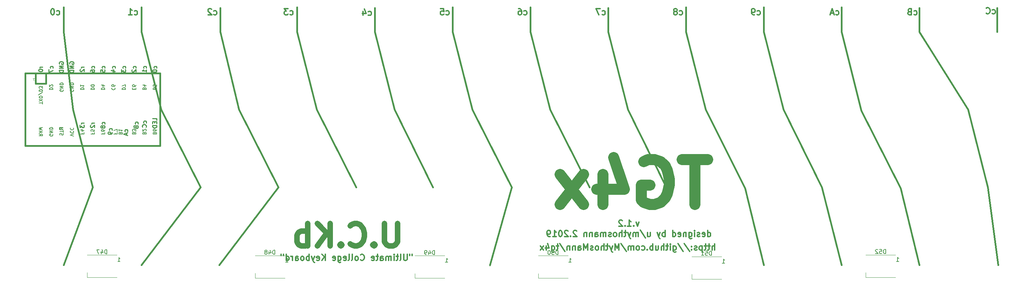
<source format=gbo>
G04 #@! TF.GenerationSoftware,KiCad,Pcbnew,(5.0.2)-1*
G04 #@! TF.CreationDate,2019-02-24T12:13:47-05:00*
G04 #@! TF.ProjectId,TG4x,54473478-2e6b-4696-9361-645f70636258,rev?*
G04 #@! TF.SameCoordinates,Original*
G04 #@! TF.FileFunction,Legend,Bot*
G04 #@! TF.FilePolarity,Positive*
%FSLAX46Y46*%
G04 Gerber Fmt 4.6, Leading zero omitted, Abs format (unit mm)*
G04 Created by KiCad (PCBNEW (5.0.2)-1) date 2/24/2019 12:13:47 PM*
%MOMM*%
%LPD*%
G01*
G04 APERTURE LIST*
%ADD10C,0.400000*%
%ADD11C,0.300000*%
%ADD12C,0.200000*%
%ADD13C,0.125000*%
%ADD14C,0.250000*%
%ADD15C,2.750000*%
%ADD16C,1.375000*%
%ADD17C,0.381000*%
%ADD18C,0.150000*%
%ADD19C,0.120000*%
G04 APERTURE END LIST*
D10*
X129794000Y-48260000D02*
X129794000Y-42291000D01*
X186944000Y-42291000D02*
X186944000Y-48260000D01*
X225044000Y-48260000D02*
X225044000Y-42291000D01*
D11*
X262012857Y-43787142D02*
X262155714Y-43858571D01*
X262441428Y-43858571D01*
X262584285Y-43787142D01*
X262655714Y-43715714D01*
X262727142Y-43572857D01*
X262727142Y-43144285D01*
X262655714Y-43001428D01*
X262584285Y-42930000D01*
X262441428Y-42858571D01*
X262155714Y-42858571D01*
X262012857Y-42930000D01*
X260512857Y-43715714D02*
X260584285Y-43787142D01*
X260798571Y-43858571D01*
X260941428Y-43858571D01*
X261155714Y-43787142D01*
X261298571Y-43644285D01*
X261370000Y-43501428D01*
X261441428Y-43215714D01*
X261441428Y-43001428D01*
X261370000Y-42715714D01*
X261298571Y-42572857D01*
X261155714Y-42430000D01*
X260941428Y-42358571D01*
X260798571Y-42358571D01*
X260584285Y-42430000D01*
X260512857Y-42501428D01*
D10*
X263144000Y-42418000D02*
X263144000Y-48260000D01*
X34544000Y-48260000D02*
X34544000Y-42291000D01*
D11*
X32869142Y-44041142D02*
X33012000Y-44112571D01*
X33297714Y-44112571D01*
X33440571Y-44041142D01*
X33512000Y-43969714D01*
X33583428Y-43826857D01*
X33583428Y-43398285D01*
X33512000Y-43255428D01*
X33440571Y-43184000D01*
X33297714Y-43112571D01*
X33012000Y-43112571D01*
X32869142Y-43184000D01*
X31940571Y-42612571D02*
X31797714Y-42612571D01*
X31654857Y-42684000D01*
X31583428Y-42755428D01*
X31512000Y-42898285D01*
X31440571Y-43184000D01*
X31440571Y-43541142D01*
X31512000Y-43826857D01*
X31583428Y-43969714D01*
X31654857Y-44041142D01*
X31797714Y-44112571D01*
X31940571Y-44112571D01*
X32083428Y-44041142D01*
X32154857Y-43969714D01*
X32226285Y-43826857D01*
X32297714Y-43541142D01*
X32297714Y-43184000D01*
X32226285Y-42898285D01*
X32154857Y-42755428D01*
X32083428Y-42684000D01*
X31940571Y-42612571D01*
D10*
X68072000Y-86360000D02*
X58420000Y-67310000D01*
D12*
X58420000Y-67310000D02*
X68072000Y-86360000D01*
D10*
X53594000Y-105410000D02*
X68072000Y-86360000D01*
D12*
X68072000Y-86360000D02*
X53594000Y-105410000D01*
D10*
X96520000Y-67310000D02*
X91694000Y-48260000D01*
D11*
X194005714Y-101770571D02*
X194005714Y-100270571D01*
X193362857Y-101770571D02*
X193362857Y-100984857D01*
X193434285Y-100842000D01*
X193577142Y-100770571D01*
X193791428Y-100770571D01*
X193934285Y-100842000D01*
X194005714Y-100913428D01*
X192862857Y-100770571D02*
X192291428Y-100770571D01*
X192648571Y-100270571D02*
X192648571Y-101556285D01*
X192577142Y-101699142D01*
X192434285Y-101770571D01*
X192291428Y-101770571D01*
X192005714Y-100770571D02*
X191434285Y-100770571D01*
X191791428Y-100270571D02*
X191791428Y-101556285D01*
X191720000Y-101699142D01*
X191577142Y-101770571D01*
X191434285Y-101770571D01*
X190934285Y-100770571D02*
X190934285Y-102270571D01*
X190934285Y-100842000D02*
X190791428Y-100770571D01*
X190505714Y-100770571D01*
X190362857Y-100842000D01*
X190291428Y-100913428D01*
X190220000Y-101056285D01*
X190220000Y-101484857D01*
X190291428Y-101627714D01*
X190362857Y-101699142D01*
X190505714Y-101770571D01*
X190791428Y-101770571D01*
X190934285Y-101699142D01*
X189648571Y-101699142D02*
X189505714Y-101770571D01*
X189220000Y-101770571D01*
X189077142Y-101699142D01*
X189005714Y-101556285D01*
X189005714Y-101484857D01*
X189077142Y-101342000D01*
X189220000Y-101270571D01*
X189434285Y-101270571D01*
X189577142Y-101199142D01*
X189648571Y-101056285D01*
X189648571Y-100984857D01*
X189577142Y-100842000D01*
X189434285Y-100770571D01*
X189220000Y-100770571D01*
X189077142Y-100842000D01*
X188362857Y-101627714D02*
X188291428Y-101699142D01*
X188362857Y-101770571D01*
X188434285Y-101699142D01*
X188362857Y-101627714D01*
X188362857Y-101770571D01*
X188362857Y-100842000D02*
X188291428Y-100913428D01*
X188362857Y-100984857D01*
X188434285Y-100913428D01*
X188362857Y-100842000D01*
X188362857Y-100984857D01*
X186577142Y-100199142D02*
X187862857Y-102127714D01*
X185005714Y-100199142D02*
X186291428Y-102127714D01*
X183862857Y-100770571D02*
X183862857Y-101984857D01*
X183934285Y-102127714D01*
X184005714Y-102199142D01*
X184148571Y-102270571D01*
X184362857Y-102270571D01*
X184505714Y-102199142D01*
X183862857Y-101699142D02*
X184005714Y-101770571D01*
X184291428Y-101770571D01*
X184434285Y-101699142D01*
X184505714Y-101627714D01*
X184577142Y-101484857D01*
X184577142Y-101056285D01*
X184505714Y-100913428D01*
X184434285Y-100842000D01*
X184291428Y-100770571D01*
X184005714Y-100770571D01*
X183862857Y-100842000D01*
X183148571Y-101770571D02*
X183148571Y-100770571D01*
X183148571Y-100270571D02*
X183220000Y-100342000D01*
X183148571Y-100413428D01*
X183077142Y-100342000D01*
X183148571Y-100270571D01*
X183148571Y-100413428D01*
X182648571Y-100770571D02*
X182077142Y-100770571D01*
X182434285Y-100270571D02*
X182434285Y-101556285D01*
X182362857Y-101699142D01*
X182220000Y-101770571D01*
X182077142Y-101770571D01*
X181577142Y-101770571D02*
X181577142Y-100270571D01*
X180934285Y-101770571D02*
X180934285Y-100984857D01*
X181005714Y-100842000D01*
X181148571Y-100770571D01*
X181362857Y-100770571D01*
X181505714Y-100842000D01*
X181577142Y-100913428D01*
X179577142Y-100770571D02*
X179577142Y-101770571D01*
X180220000Y-100770571D02*
X180220000Y-101556285D01*
X180148571Y-101699142D01*
X180005714Y-101770571D01*
X179791428Y-101770571D01*
X179648571Y-101699142D01*
X179577142Y-101627714D01*
X178862857Y-101770571D02*
X178862857Y-100270571D01*
X178862857Y-100842000D02*
X178720000Y-100770571D01*
X178434285Y-100770571D01*
X178291428Y-100842000D01*
X178220000Y-100913428D01*
X178148571Y-101056285D01*
X178148571Y-101484857D01*
X178220000Y-101627714D01*
X178291428Y-101699142D01*
X178434285Y-101770571D01*
X178720000Y-101770571D01*
X178862857Y-101699142D01*
X177505714Y-101627714D02*
X177434285Y-101699142D01*
X177505714Y-101770571D01*
X177577142Y-101699142D01*
X177505714Y-101627714D01*
X177505714Y-101770571D01*
X176148571Y-101699142D02*
X176291428Y-101770571D01*
X176577142Y-101770571D01*
X176720000Y-101699142D01*
X176791428Y-101627714D01*
X176862857Y-101484857D01*
X176862857Y-101056285D01*
X176791428Y-100913428D01*
X176720000Y-100842000D01*
X176577142Y-100770571D01*
X176291428Y-100770571D01*
X176148571Y-100842000D01*
X175291428Y-101770571D02*
X175434285Y-101699142D01*
X175505714Y-101627714D01*
X175577142Y-101484857D01*
X175577142Y-101056285D01*
X175505714Y-100913428D01*
X175434285Y-100842000D01*
X175291428Y-100770571D01*
X175077142Y-100770571D01*
X174934285Y-100842000D01*
X174862857Y-100913428D01*
X174791428Y-101056285D01*
X174791428Y-101484857D01*
X174862857Y-101627714D01*
X174934285Y-101699142D01*
X175077142Y-101770571D01*
X175291428Y-101770571D01*
X174148571Y-101770571D02*
X174148571Y-100770571D01*
X174148571Y-100913428D02*
X174077142Y-100842000D01*
X173934285Y-100770571D01*
X173720000Y-100770571D01*
X173577142Y-100842000D01*
X173505714Y-100984857D01*
X173505714Y-101770571D01*
X173505714Y-100984857D02*
X173434285Y-100842000D01*
X173291428Y-100770571D01*
X173077142Y-100770571D01*
X172934285Y-100842000D01*
X172862857Y-100984857D01*
X172862857Y-101770571D01*
X171077142Y-100199142D02*
X172362857Y-102127714D01*
X170577142Y-101770571D02*
X170577142Y-100270571D01*
X170077142Y-101342000D01*
X169577142Y-100270571D01*
X169577142Y-101770571D01*
X169005714Y-100770571D02*
X168648571Y-101770571D01*
X168291428Y-100770571D02*
X168648571Y-101770571D01*
X168791428Y-102127714D01*
X168862857Y-102199142D01*
X169005714Y-102270571D01*
X167934285Y-100770571D02*
X167362857Y-100770571D01*
X167720000Y-100270571D02*
X167720000Y-101556285D01*
X167648571Y-101699142D01*
X167505714Y-101770571D01*
X167362857Y-101770571D01*
X166862857Y-101770571D02*
X166862857Y-100270571D01*
X166220000Y-101770571D02*
X166220000Y-100984857D01*
X166291428Y-100842000D01*
X166434285Y-100770571D01*
X166648571Y-100770571D01*
X166791428Y-100842000D01*
X166862857Y-100913428D01*
X165291428Y-101770571D02*
X165434285Y-101699142D01*
X165505714Y-101627714D01*
X165577142Y-101484857D01*
X165577142Y-101056285D01*
X165505714Y-100913428D01*
X165434285Y-100842000D01*
X165291428Y-100770571D01*
X165077142Y-100770571D01*
X164934285Y-100842000D01*
X164862857Y-100913428D01*
X164791428Y-101056285D01*
X164791428Y-101484857D01*
X164862857Y-101627714D01*
X164934285Y-101699142D01*
X165077142Y-101770571D01*
X165291428Y-101770571D01*
X164220000Y-101699142D02*
X164077142Y-101770571D01*
X163791428Y-101770571D01*
X163648571Y-101699142D01*
X163577142Y-101556285D01*
X163577142Y-101484857D01*
X163648571Y-101342000D01*
X163791428Y-101270571D01*
X164005714Y-101270571D01*
X164148571Y-101199142D01*
X164220000Y-101056285D01*
X164220000Y-100984857D01*
X164148571Y-100842000D01*
X164005714Y-100770571D01*
X163791428Y-100770571D01*
X163648571Y-100842000D01*
X162934285Y-101770571D02*
X162934285Y-100270571D01*
X162434285Y-101342000D01*
X161934285Y-100270571D01*
X161934285Y-101770571D01*
X160577142Y-101770571D02*
X160577142Y-100984857D01*
X160648571Y-100842000D01*
X160791428Y-100770571D01*
X161077142Y-100770571D01*
X161220000Y-100842000D01*
X160577142Y-101699142D02*
X160720000Y-101770571D01*
X161077142Y-101770571D01*
X161220000Y-101699142D01*
X161291428Y-101556285D01*
X161291428Y-101413428D01*
X161220000Y-101270571D01*
X161077142Y-101199142D01*
X160720000Y-101199142D01*
X160577142Y-101127714D01*
X159862857Y-100770571D02*
X159862857Y-101770571D01*
X159862857Y-100913428D02*
X159791428Y-100842000D01*
X159648571Y-100770571D01*
X159434285Y-100770571D01*
X159291428Y-100842000D01*
X159220000Y-100984857D01*
X159220000Y-101770571D01*
X158505714Y-100770571D02*
X158505714Y-101770571D01*
X158505714Y-100913428D02*
X158434285Y-100842000D01*
X158291428Y-100770571D01*
X158077142Y-100770571D01*
X157934285Y-100842000D01*
X157862857Y-100984857D01*
X157862857Y-101770571D01*
X156077142Y-100199142D02*
X157362857Y-102127714D01*
X155791428Y-100770571D02*
X155220000Y-100770571D01*
X155577142Y-100270571D02*
X155577142Y-101556285D01*
X155505714Y-101699142D01*
X155362857Y-101770571D01*
X155220000Y-101770571D01*
X154077142Y-100770571D02*
X154077142Y-101984857D01*
X154148571Y-102127714D01*
X154220000Y-102199142D01*
X154362857Y-102270571D01*
X154577142Y-102270571D01*
X154720000Y-102199142D01*
X154077142Y-101699142D02*
X154220000Y-101770571D01*
X154505714Y-101770571D01*
X154648571Y-101699142D01*
X154720000Y-101627714D01*
X154791428Y-101484857D01*
X154791428Y-101056285D01*
X154720000Y-100913428D01*
X154648571Y-100842000D01*
X154505714Y-100770571D01*
X154220000Y-100770571D01*
X154077142Y-100842000D01*
X152720000Y-100770571D02*
X152720000Y-101770571D01*
X153077142Y-100199142D02*
X153434285Y-101270571D01*
X152505714Y-101270571D01*
X152077142Y-101770571D02*
X151291428Y-100770571D01*
X152077142Y-100770571D02*
X151291428Y-101770571D01*
D13*
X27051047Y-59670190D02*
X27336761Y-59670190D01*
X27193904Y-60170190D02*
X27193904Y-59670190D01*
X27455809Y-59670190D02*
X27789142Y-60170190D01*
X27789142Y-59670190D02*
X27455809Y-60170190D01*
D14*
X44600761Y-70881904D02*
X44648380Y-70786666D01*
X44648380Y-70596190D01*
X44600761Y-70500952D01*
X44553142Y-70453333D01*
X44457904Y-70405714D01*
X44172190Y-70405714D01*
X44076952Y-70453333D01*
X44029333Y-70500952D01*
X43981714Y-70596190D01*
X43981714Y-70786666D01*
X44029333Y-70881904D01*
X44076952Y-71453333D02*
X44029333Y-71358095D01*
X43981714Y-71310476D01*
X43886476Y-71262857D01*
X43838857Y-71262857D01*
X43743619Y-71310476D01*
X43696000Y-71358095D01*
X43648380Y-71453333D01*
X43648380Y-71643809D01*
X43696000Y-71739047D01*
X43743619Y-71786666D01*
X43838857Y-71834285D01*
X43886476Y-71834285D01*
X43981714Y-71786666D01*
X44029333Y-71739047D01*
X44076952Y-71643809D01*
X44076952Y-71453333D01*
X44124571Y-71358095D01*
X44172190Y-71310476D01*
X44267428Y-71262857D01*
X44457904Y-71262857D01*
X44553142Y-71310476D01*
X44600761Y-71358095D01*
X44648380Y-71453333D01*
X44648380Y-71643809D01*
X44600761Y-71739047D01*
X44553142Y-71786666D01*
X44457904Y-71834285D01*
X44267428Y-71834285D01*
X44172190Y-71786666D01*
X44124571Y-71739047D01*
X44076952Y-71643809D01*
X46378761Y-72405904D02*
X46426380Y-72310666D01*
X46426380Y-72120190D01*
X46378761Y-72024952D01*
X46331142Y-71977333D01*
X46235904Y-71929714D01*
X45950190Y-71929714D01*
X45854952Y-71977333D01*
X45807333Y-72024952D01*
X45759714Y-72120190D01*
X45759714Y-72310666D01*
X45807333Y-72405904D01*
X46426380Y-72882095D02*
X46426380Y-73072571D01*
X46378761Y-73167809D01*
X46331142Y-73215428D01*
X46188285Y-73310666D01*
X45997809Y-73358285D01*
X45616857Y-73358285D01*
X45521619Y-73310666D01*
X45474000Y-73263047D01*
X45426380Y-73167809D01*
X45426380Y-72977333D01*
X45474000Y-72882095D01*
X45521619Y-72834476D01*
X45616857Y-72786857D01*
X45854952Y-72786857D01*
X45950190Y-72834476D01*
X45997809Y-72882095D01*
X46045428Y-72977333D01*
X46045428Y-73167809D01*
X45997809Y-73263047D01*
X45950190Y-73310666D01*
X45854952Y-73358285D01*
X50188761Y-72707523D02*
X50236380Y-72612285D01*
X50236380Y-72421809D01*
X50188761Y-72326571D01*
X50141142Y-72278952D01*
X50045904Y-72231333D01*
X49760190Y-72231333D01*
X49664952Y-72278952D01*
X49617333Y-72326571D01*
X49569714Y-72421809D01*
X49569714Y-72612285D01*
X49617333Y-72707523D01*
X49950666Y-73088476D02*
X49950666Y-73564666D01*
X50236380Y-72993238D02*
X49236380Y-73326571D01*
X50236380Y-73659904D01*
X52728761Y-70858095D02*
X52776380Y-70762857D01*
X52776380Y-70572380D01*
X52728761Y-70477142D01*
X52681142Y-70429523D01*
X52585904Y-70381904D01*
X52300190Y-70381904D01*
X52204952Y-70429523D01*
X52157333Y-70477142D01*
X52109714Y-70572380D01*
X52109714Y-70762857D01*
X52157333Y-70858095D01*
X52252571Y-71620000D02*
X52300190Y-71762857D01*
X52347809Y-71810476D01*
X52443047Y-71858095D01*
X52585904Y-71858095D01*
X52681142Y-71810476D01*
X52728761Y-71762857D01*
X52776380Y-71667619D01*
X52776380Y-71286666D01*
X51776380Y-71286666D01*
X51776380Y-71620000D01*
X51824000Y-71715238D01*
X51871619Y-71762857D01*
X51966857Y-71810476D01*
X52062095Y-71810476D01*
X52157333Y-71762857D01*
X52204952Y-71715238D01*
X52252571Y-71620000D01*
X52252571Y-71286666D01*
X54760761Y-70604095D02*
X54808380Y-70508857D01*
X54808380Y-70318380D01*
X54760761Y-70223142D01*
X54713142Y-70175523D01*
X54617904Y-70127904D01*
X54332190Y-70127904D01*
X54236952Y-70175523D01*
X54189333Y-70223142D01*
X54141714Y-70318380D01*
X54141714Y-70508857D01*
X54189333Y-70604095D01*
X54713142Y-71604095D02*
X54760761Y-71556476D01*
X54808380Y-71413619D01*
X54808380Y-71318380D01*
X54760761Y-71175523D01*
X54665523Y-71080285D01*
X54570285Y-71032666D01*
X54379809Y-70985047D01*
X54236952Y-70985047D01*
X54046476Y-71032666D01*
X53951238Y-71080285D01*
X53856000Y-71175523D01*
X53808380Y-71318380D01*
X53808380Y-71413619D01*
X53856000Y-71556476D01*
X53903619Y-71604095D01*
X57348380Y-69969142D02*
X57348380Y-69492952D01*
X56348380Y-69492952D01*
X56824571Y-70302476D02*
X56824571Y-70635809D01*
X57348380Y-70778666D02*
X57348380Y-70302476D01*
X56348380Y-70302476D01*
X56348380Y-70778666D01*
X57348380Y-71207238D02*
X56348380Y-71207238D01*
X56348380Y-71445333D01*
X56396000Y-71588190D01*
X56491238Y-71683428D01*
X56586476Y-71731047D01*
X56776952Y-71778666D01*
X56919809Y-71778666D01*
X57110285Y-71731047D01*
X57205523Y-71683428D01*
X57300761Y-71588190D01*
X57348380Y-71445333D01*
X57348380Y-71207238D01*
X42108380Y-70572380D02*
X41441714Y-70572380D01*
X41632190Y-70572380D02*
X41536952Y-70620000D01*
X41489333Y-70667619D01*
X41441714Y-70762857D01*
X41441714Y-70858095D01*
X41203619Y-71143809D02*
X41156000Y-71191428D01*
X41108380Y-71286666D01*
X41108380Y-71524761D01*
X41156000Y-71620000D01*
X41203619Y-71667619D01*
X41298857Y-71715238D01*
X41394095Y-71715238D01*
X41536952Y-71667619D01*
X42108380Y-71096190D01*
X42108380Y-71715238D01*
X39568380Y-70572380D02*
X38901714Y-70572380D01*
X39092190Y-70572380D02*
X38996952Y-70620000D01*
X38949333Y-70667619D01*
X38901714Y-70762857D01*
X38901714Y-70858095D01*
X38568380Y-71096190D02*
X38568380Y-71715238D01*
X38949333Y-71381904D01*
X38949333Y-71524761D01*
X38996952Y-71620000D01*
X39044571Y-71667619D01*
X39139809Y-71715238D01*
X39377904Y-71715238D01*
X39473142Y-71667619D01*
X39520761Y-71620000D01*
X39568380Y-71524761D01*
X39568380Y-71239047D01*
X39520761Y-71143809D01*
X39473142Y-71096190D01*
X57300761Y-57165904D02*
X57348380Y-57070666D01*
X57348380Y-56880190D01*
X57300761Y-56784952D01*
X57253142Y-56737333D01*
X57157904Y-56689714D01*
X56872190Y-56689714D01*
X56776952Y-56737333D01*
X56729333Y-56784952D01*
X56681714Y-56880190D01*
X56681714Y-57070666D01*
X56729333Y-57165904D01*
X56348380Y-57784952D02*
X56348380Y-57880190D01*
X56396000Y-57975428D01*
X56443619Y-58023047D01*
X56538857Y-58070666D01*
X56729333Y-58118285D01*
X56967428Y-58118285D01*
X57157904Y-58070666D01*
X57253142Y-58023047D01*
X57300761Y-57975428D01*
X57348380Y-57880190D01*
X57348380Y-57784952D01*
X57300761Y-57689714D01*
X57253142Y-57642095D01*
X57157904Y-57594476D01*
X56967428Y-57546857D01*
X56729333Y-57546857D01*
X56538857Y-57594476D01*
X56443619Y-57642095D01*
X56396000Y-57689714D01*
X56348380Y-57784952D01*
X54760761Y-57165904D02*
X54808380Y-57070666D01*
X54808380Y-56880190D01*
X54760761Y-56784952D01*
X54713142Y-56737333D01*
X54617904Y-56689714D01*
X54332190Y-56689714D01*
X54236952Y-56737333D01*
X54189333Y-56784952D01*
X54141714Y-56880190D01*
X54141714Y-57070666D01*
X54189333Y-57165904D01*
X54808380Y-58118285D02*
X54808380Y-57546857D01*
X54808380Y-57832571D02*
X53808380Y-57832571D01*
X53951238Y-57737333D01*
X54046476Y-57642095D01*
X54094095Y-57546857D01*
X52220761Y-57165904D02*
X52268380Y-57070666D01*
X52268380Y-56880190D01*
X52220761Y-56784952D01*
X52173142Y-56737333D01*
X52077904Y-56689714D01*
X51792190Y-56689714D01*
X51696952Y-56737333D01*
X51649333Y-56784952D01*
X51601714Y-56880190D01*
X51601714Y-57070666D01*
X51649333Y-57165904D01*
X51363619Y-57546857D02*
X51316000Y-57594476D01*
X51268380Y-57689714D01*
X51268380Y-57927809D01*
X51316000Y-58023047D01*
X51363619Y-58070666D01*
X51458857Y-58118285D01*
X51554095Y-58118285D01*
X51696952Y-58070666D01*
X52268380Y-57499238D01*
X52268380Y-58118285D01*
X49680761Y-57165904D02*
X49728380Y-57070666D01*
X49728380Y-56880190D01*
X49680761Y-56784952D01*
X49633142Y-56737333D01*
X49537904Y-56689714D01*
X49252190Y-56689714D01*
X49156952Y-56737333D01*
X49109333Y-56784952D01*
X49061714Y-56880190D01*
X49061714Y-57070666D01*
X49109333Y-57165904D01*
X48728380Y-57499238D02*
X48728380Y-58118285D01*
X49109333Y-57784952D01*
X49109333Y-57927809D01*
X49156952Y-58023047D01*
X49204571Y-58070666D01*
X49299809Y-58118285D01*
X49537904Y-58118285D01*
X49633142Y-58070666D01*
X49680761Y-58023047D01*
X49728380Y-57927809D01*
X49728380Y-57642095D01*
X49680761Y-57546857D01*
X49633142Y-57499238D01*
X47140761Y-57165904D02*
X47188380Y-57070666D01*
X47188380Y-56880190D01*
X47140761Y-56784952D01*
X47093142Y-56737333D01*
X46997904Y-56689714D01*
X46712190Y-56689714D01*
X46616952Y-56737333D01*
X46569333Y-56784952D01*
X46521714Y-56880190D01*
X46521714Y-57070666D01*
X46569333Y-57165904D01*
X46521714Y-58023047D02*
X47188380Y-58023047D01*
X46140761Y-57784952D02*
X46855047Y-57546857D01*
X46855047Y-58165904D01*
X44600761Y-57165904D02*
X44648380Y-57070666D01*
X44648380Y-56880190D01*
X44600761Y-56784952D01*
X44553142Y-56737333D01*
X44457904Y-56689714D01*
X44172190Y-56689714D01*
X44076952Y-56737333D01*
X44029333Y-56784952D01*
X43981714Y-56880190D01*
X43981714Y-57070666D01*
X44029333Y-57165904D01*
X43648380Y-58070666D02*
X43648380Y-57594476D01*
X44124571Y-57546857D01*
X44076952Y-57594476D01*
X44029333Y-57689714D01*
X44029333Y-57927809D01*
X44076952Y-58023047D01*
X44124571Y-58070666D01*
X44219809Y-58118285D01*
X44457904Y-58118285D01*
X44553142Y-58070666D01*
X44600761Y-58023047D01*
X44648380Y-57927809D01*
X44648380Y-57689714D01*
X44600761Y-57594476D01*
X44553142Y-57546857D01*
X42060761Y-57165904D02*
X42108380Y-57070666D01*
X42108380Y-56880190D01*
X42060761Y-56784952D01*
X42013142Y-56737333D01*
X41917904Y-56689714D01*
X41632190Y-56689714D01*
X41536952Y-56737333D01*
X41489333Y-56784952D01*
X41441714Y-56880190D01*
X41441714Y-57070666D01*
X41489333Y-57165904D01*
X41108380Y-58023047D02*
X41108380Y-57832571D01*
X41156000Y-57737333D01*
X41203619Y-57689714D01*
X41346476Y-57594476D01*
X41536952Y-57546857D01*
X41917904Y-57546857D01*
X42013142Y-57594476D01*
X42060761Y-57642095D01*
X42108380Y-57737333D01*
X42108380Y-57927809D01*
X42060761Y-58023047D01*
X42013142Y-58070666D01*
X41917904Y-58118285D01*
X41679809Y-58118285D01*
X41584571Y-58070666D01*
X41536952Y-58023047D01*
X41489333Y-57927809D01*
X41489333Y-57737333D01*
X41536952Y-57642095D01*
X41584571Y-57594476D01*
X41679809Y-57546857D01*
X39568380Y-56856380D02*
X38901714Y-56856380D01*
X39092190Y-56856380D02*
X38996952Y-56904000D01*
X38949333Y-56951619D01*
X38901714Y-57046857D01*
X38901714Y-57142095D01*
X38663619Y-57427809D02*
X38616000Y-57475428D01*
X38568380Y-57570666D01*
X38568380Y-57808761D01*
X38616000Y-57904000D01*
X38663619Y-57951619D01*
X38758857Y-57999238D01*
X38854095Y-57999238D01*
X38996952Y-57951619D01*
X39568380Y-57380190D01*
X39568380Y-57999238D01*
X36076000Y-56134095D02*
X36028380Y-56038857D01*
X36028380Y-55896000D01*
X36076000Y-55753142D01*
X36171238Y-55657904D01*
X36266476Y-55610285D01*
X36456952Y-55562666D01*
X36599809Y-55562666D01*
X36790285Y-55610285D01*
X36885523Y-55657904D01*
X36980761Y-55753142D01*
X37028380Y-55896000D01*
X37028380Y-55991238D01*
X36980761Y-56134095D01*
X36933142Y-56181714D01*
X36599809Y-56181714D01*
X36599809Y-55991238D01*
X37028380Y-56610285D02*
X36028380Y-56610285D01*
X37028380Y-57181714D01*
X36028380Y-57181714D01*
X37028380Y-57657904D02*
X36028380Y-57657904D01*
X36028380Y-57896000D01*
X36076000Y-58038857D01*
X36171238Y-58134095D01*
X36266476Y-58181714D01*
X36456952Y-58229333D01*
X36599809Y-58229333D01*
X36790285Y-58181714D01*
X36885523Y-58134095D01*
X36980761Y-58038857D01*
X37028380Y-57896000D01*
X37028380Y-57657904D01*
X33536000Y-56134095D02*
X33488380Y-56038857D01*
X33488380Y-55896000D01*
X33536000Y-55753142D01*
X33631238Y-55657904D01*
X33726476Y-55610285D01*
X33916952Y-55562666D01*
X34059809Y-55562666D01*
X34250285Y-55610285D01*
X34345523Y-55657904D01*
X34440761Y-55753142D01*
X34488380Y-55896000D01*
X34488380Y-55991238D01*
X34440761Y-56134095D01*
X34393142Y-56181714D01*
X34059809Y-56181714D01*
X34059809Y-55991238D01*
X34488380Y-56610285D02*
X33488380Y-56610285D01*
X34488380Y-57181714D01*
X33488380Y-57181714D01*
X34488380Y-57657904D02*
X33488380Y-57657904D01*
X33488380Y-57896000D01*
X33536000Y-58038857D01*
X33631238Y-58134095D01*
X33726476Y-58181714D01*
X33916952Y-58229333D01*
X34059809Y-58229333D01*
X34250285Y-58181714D01*
X34345523Y-58134095D01*
X34440761Y-58038857D01*
X34488380Y-57896000D01*
X34488380Y-57657904D01*
X31900761Y-57165904D02*
X31948380Y-57070666D01*
X31948380Y-56880190D01*
X31900761Y-56784952D01*
X31853142Y-56737333D01*
X31757904Y-56689714D01*
X31472190Y-56689714D01*
X31376952Y-56737333D01*
X31329333Y-56784952D01*
X31281714Y-56880190D01*
X31281714Y-57070666D01*
X31329333Y-57165904D01*
X30948380Y-57499238D02*
X30948380Y-58165904D01*
X31948380Y-57737333D01*
X29408380Y-56856380D02*
X28741714Y-56856380D01*
X28932190Y-56856380D02*
X28836952Y-56904000D01*
X28789333Y-56951619D01*
X28741714Y-57046857D01*
X28741714Y-57142095D01*
X28408380Y-57665904D02*
X28408380Y-57761142D01*
X28456000Y-57856380D01*
X28503619Y-57904000D01*
X28598857Y-57951619D01*
X28789333Y-57999238D01*
X29027428Y-57999238D01*
X29217904Y-57951619D01*
X29313142Y-57904000D01*
X29360761Y-57856380D01*
X29408380Y-57761142D01*
X29408380Y-57665904D01*
X29360761Y-57570666D01*
X29313142Y-57523047D01*
X29217904Y-57475428D01*
X29027428Y-57427809D01*
X28789333Y-57427809D01*
X28598857Y-57475428D01*
X28503619Y-57523047D01*
X28456000Y-57570666D01*
X28408380Y-57665904D01*
D10*
X53594000Y-48260000D02*
X53594000Y-42291000D01*
X58420000Y-67310000D02*
X53594000Y-48260000D01*
X72898000Y-48260000D02*
X72898000Y-42418000D01*
X77470000Y-67310000D02*
X72898000Y-48260000D01*
X87122000Y-86360000D02*
X77470000Y-67310000D01*
X72644000Y-105410000D02*
X87122000Y-86360000D01*
X91694000Y-48260000D02*
X91694000Y-42291000D01*
X106172000Y-86360000D02*
X96520000Y-67310000D01*
X115570000Y-67310000D02*
X124968000Y-86360000D01*
X110744000Y-48260000D02*
X115570000Y-67310000D01*
X110744000Y-42418000D02*
X110744000Y-48260000D01*
X134620000Y-67310000D02*
X129794000Y-48260000D01*
X144272000Y-86360000D02*
X134620000Y-67310000D01*
X138938000Y-105410000D02*
X144272000Y-86360000D01*
X153670000Y-67310000D02*
X163322000Y-86360000D01*
X148844000Y-48260000D02*
X153670000Y-67310000D01*
X148844000Y-42291000D02*
X148844000Y-48260000D01*
X167894000Y-48260000D02*
X167894000Y-42418000D01*
X172720000Y-67310000D02*
X167894000Y-48260000D01*
X182118000Y-86360000D02*
X172720000Y-67310000D01*
X201422000Y-86614000D02*
X205994000Y-105410000D01*
X191770000Y-67310000D02*
X201422000Y-86614000D01*
X186944000Y-48260000D02*
X191770000Y-67310000D01*
X205994000Y-48260000D02*
X205994000Y-42291000D01*
X210820000Y-67310000D02*
X205994000Y-48260000D01*
X220218000Y-86360000D02*
X210820000Y-67310000D01*
X225044000Y-105410000D02*
X220218000Y-86360000D01*
X239522000Y-86614000D02*
X244094000Y-105410000D01*
X229870000Y-67564000D02*
X225044000Y-48260000D01*
X239522000Y-86614000D02*
X229870000Y-67564000D01*
X244094000Y-48260000D02*
X244094000Y-42418000D01*
X256032000Y-67310000D02*
X244094000Y-48260000D01*
X260858000Y-86360000D02*
X256032000Y-67310000D01*
X263398000Y-105410000D02*
X260858000Y-86360000D01*
X41656000Y-86360000D02*
X34544000Y-105410000D01*
X36830000Y-67310000D02*
X41656000Y-86360000D01*
X34544000Y-48260000D02*
X36830000Y-67310000D01*
D12*
X41656000Y-86360000D02*
X34544000Y-105410000D01*
X36830000Y-67310000D02*
X41656000Y-86360000D01*
X34544000Y-48260000D02*
X36830000Y-67310000D01*
X53594000Y-48514000D02*
X58420000Y-67310000D01*
X87122000Y-86360000D02*
X72644000Y-105410000D01*
X77470000Y-67310000D02*
X87122000Y-86360000D01*
X72898000Y-48514000D02*
X77470000Y-67310000D01*
X115570000Y-67564000D02*
X124968000Y-86360000D01*
X110744000Y-48514000D02*
X115570000Y-67564000D01*
X144272000Y-86614000D02*
X138938000Y-105664000D01*
X134620000Y-67564000D02*
X144272000Y-86614000D01*
X129794000Y-48514000D02*
X134620000Y-67564000D01*
X148844000Y-48260000D02*
X153670000Y-67310000D01*
X167894000Y-48260000D02*
X172720000Y-67564000D01*
X201422000Y-86614000D02*
X205994000Y-105410000D01*
X191770000Y-67310000D02*
X201422000Y-86614000D01*
X186944000Y-48260000D02*
X191770000Y-67310000D01*
X220218000Y-86360000D02*
X225044000Y-105410000D01*
X210820000Y-67310000D02*
X220218000Y-86360000D01*
X205994000Y-48260000D02*
X210820000Y-67310000D01*
X239522000Y-86614000D02*
X244094000Y-105410000D01*
X229870000Y-67564000D02*
X239522000Y-86614000D01*
X225044000Y-48514000D02*
X229870000Y-67564000D01*
X256159000Y-67437000D02*
X260985000Y-86487000D01*
X244094000Y-48514000D02*
X256159000Y-67437000D01*
D11*
X242835857Y-44041142D02*
X242978714Y-44112571D01*
X243264428Y-44112571D01*
X243407285Y-44041142D01*
X243478714Y-43969714D01*
X243550142Y-43826857D01*
X243550142Y-43398285D01*
X243478714Y-43255428D01*
X243407285Y-43184000D01*
X243264428Y-43112571D01*
X242978714Y-43112571D01*
X242835857Y-43184000D01*
X241693000Y-43326857D02*
X241478714Y-43398285D01*
X241407285Y-43469714D01*
X241335857Y-43612571D01*
X241335857Y-43826857D01*
X241407285Y-43969714D01*
X241478714Y-44041142D01*
X241621571Y-44112571D01*
X242193000Y-44112571D01*
X242193000Y-42612571D01*
X241693000Y-42612571D01*
X241550142Y-42684000D01*
X241478714Y-42755428D01*
X241407285Y-42898285D01*
X241407285Y-43041142D01*
X241478714Y-43184000D01*
X241550142Y-43255428D01*
X241693000Y-43326857D01*
X242193000Y-43326857D01*
X51919142Y-44041142D02*
X52062000Y-44112571D01*
X52347714Y-44112571D01*
X52490571Y-44041142D01*
X52562000Y-43969714D01*
X52633428Y-43826857D01*
X52633428Y-43398285D01*
X52562000Y-43255428D01*
X52490571Y-43184000D01*
X52347714Y-43112571D01*
X52062000Y-43112571D01*
X51919142Y-43184000D01*
X50490571Y-44112571D02*
X51347714Y-44112571D01*
X50919142Y-44112571D02*
X50919142Y-42612571D01*
X51062000Y-42826857D01*
X51204857Y-42969714D01*
X51347714Y-43041142D01*
X223678714Y-44041142D02*
X223821571Y-44112571D01*
X224107285Y-44112571D01*
X224250142Y-44041142D01*
X224321571Y-43969714D01*
X224393000Y-43826857D01*
X224393000Y-43398285D01*
X224321571Y-43255428D01*
X224250142Y-43184000D01*
X224107285Y-43112571D01*
X223821571Y-43112571D01*
X223678714Y-43184000D01*
X223107285Y-43684000D02*
X222393000Y-43684000D01*
X223250142Y-44112571D02*
X222750142Y-42612571D01*
X222250142Y-44112571D01*
X204446142Y-44041142D02*
X204589000Y-44112571D01*
X204874714Y-44112571D01*
X205017571Y-44041142D01*
X205089000Y-43969714D01*
X205160428Y-43826857D01*
X205160428Y-43398285D01*
X205089000Y-43255428D01*
X205017571Y-43184000D01*
X204874714Y-43112571D01*
X204589000Y-43112571D01*
X204446142Y-43184000D01*
X203731857Y-44112571D02*
X203446142Y-44112571D01*
X203303285Y-44041142D01*
X203231857Y-43969714D01*
X203089000Y-43755428D01*
X203017571Y-43469714D01*
X203017571Y-42898285D01*
X203089000Y-42755428D01*
X203160428Y-42684000D01*
X203303285Y-42612571D01*
X203589000Y-42612571D01*
X203731857Y-42684000D01*
X203803285Y-42755428D01*
X203874714Y-42898285D01*
X203874714Y-43255428D01*
X203803285Y-43398285D01*
X203731857Y-43469714D01*
X203589000Y-43541142D01*
X203303285Y-43541142D01*
X203160428Y-43469714D01*
X203089000Y-43398285D01*
X203017571Y-43255428D01*
X185396142Y-44041142D02*
X185539000Y-44112571D01*
X185824714Y-44112571D01*
X185967571Y-44041142D01*
X186039000Y-43969714D01*
X186110428Y-43826857D01*
X186110428Y-43398285D01*
X186039000Y-43255428D01*
X185967571Y-43184000D01*
X185824714Y-43112571D01*
X185539000Y-43112571D01*
X185396142Y-43184000D01*
X184539000Y-43255428D02*
X184681857Y-43184000D01*
X184753285Y-43112571D01*
X184824714Y-42969714D01*
X184824714Y-42898285D01*
X184753285Y-42755428D01*
X184681857Y-42684000D01*
X184539000Y-42612571D01*
X184253285Y-42612571D01*
X184110428Y-42684000D01*
X184039000Y-42755428D01*
X183967571Y-42898285D01*
X183967571Y-42969714D01*
X184039000Y-43112571D01*
X184110428Y-43184000D01*
X184253285Y-43255428D01*
X184539000Y-43255428D01*
X184681857Y-43326857D01*
X184753285Y-43398285D01*
X184824714Y-43541142D01*
X184824714Y-43826857D01*
X184753285Y-43969714D01*
X184681857Y-44041142D01*
X184539000Y-44112571D01*
X184253285Y-44112571D01*
X184110428Y-44041142D01*
X184039000Y-43969714D01*
X183967571Y-43826857D01*
X183967571Y-43541142D01*
X184039000Y-43398285D01*
X184110428Y-43326857D01*
X184253285Y-43255428D01*
X166473142Y-44041142D02*
X166616000Y-44112571D01*
X166901714Y-44112571D01*
X167044571Y-44041142D01*
X167116000Y-43969714D01*
X167187428Y-43826857D01*
X167187428Y-43398285D01*
X167116000Y-43255428D01*
X167044571Y-43184000D01*
X166901714Y-43112571D01*
X166616000Y-43112571D01*
X166473142Y-43184000D01*
X165973142Y-42612571D02*
X164973142Y-42612571D01*
X165616000Y-44112571D01*
X147296142Y-44041142D02*
X147439000Y-44112571D01*
X147724714Y-44112571D01*
X147867571Y-44041142D01*
X147939000Y-43969714D01*
X148010428Y-43826857D01*
X148010428Y-43398285D01*
X147939000Y-43255428D01*
X147867571Y-43184000D01*
X147724714Y-43112571D01*
X147439000Y-43112571D01*
X147296142Y-43184000D01*
X146010428Y-42612571D02*
X146296142Y-42612571D01*
X146439000Y-42684000D01*
X146510428Y-42755428D01*
X146653285Y-42969714D01*
X146724714Y-43255428D01*
X146724714Y-43826857D01*
X146653285Y-43969714D01*
X146581857Y-44041142D01*
X146439000Y-44112571D01*
X146153285Y-44112571D01*
X146010428Y-44041142D01*
X145939000Y-43969714D01*
X145867571Y-43826857D01*
X145867571Y-43469714D01*
X145939000Y-43326857D01*
X146010428Y-43255428D01*
X146153285Y-43184000D01*
X146439000Y-43184000D01*
X146581857Y-43255428D01*
X146653285Y-43326857D01*
X146724714Y-43469714D01*
X128246142Y-44041142D02*
X128389000Y-44112571D01*
X128674714Y-44112571D01*
X128817571Y-44041142D01*
X128889000Y-43969714D01*
X128960428Y-43826857D01*
X128960428Y-43398285D01*
X128889000Y-43255428D01*
X128817571Y-43184000D01*
X128674714Y-43112571D01*
X128389000Y-43112571D01*
X128246142Y-43184000D01*
X126889000Y-42612571D02*
X127603285Y-42612571D01*
X127674714Y-43326857D01*
X127603285Y-43255428D01*
X127460428Y-43184000D01*
X127103285Y-43184000D01*
X126960428Y-43255428D01*
X126889000Y-43326857D01*
X126817571Y-43469714D01*
X126817571Y-43826857D01*
X126889000Y-43969714D01*
X126960428Y-44041142D01*
X127103285Y-44112571D01*
X127460428Y-44112571D01*
X127603285Y-44041142D01*
X127674714Y-43969714D01*
X109196142Y-44168142D02*
X109339000Y-44239571D01*
X109624714Y-44239571D01*
X109767571Y-44168142D01*
X109839000Y-44096714D01*
X109910428Y-43953857D01*
X109910428Y-43525285D01*
X109839000Y-43382428D01*
X109767571Y-43311000D01*
X109624714Y-43239571D01*
X109339000Y-43239571D01*
X109196142Y-43311000D01*
X107910428Y-43239571D02*
X107910428Y-44239571D01*
X108267571Y-42668142D02*
X108624714Y-43739571D01*
X107696142Y-43739571D01*
X90019142Y-44041142D02*
X90162000Y-44112571D01*
X90447714Y-44112571D01*
X90590571Y-44041142D01*
X90662000Y-43969714D01*
X90733428Y-43826857D01*
X90733428Y-43398285D01*
X90662000Y-43255428D01*
X90590571Y-43184000D01*
X90447714Y-43112571D01*
X90162000Y-43112571D01*
X90019142Y-43184000D01*
X89519142Y-42612571D02*
X88590571Y-42612571D01*
X89090571Y-43184000D01*
X88876285Y-43184000D01*
X88733428Y-43255428D01*
X88662000Y-43326857D01*
X88590571Y-43469714D01*
X88590571Y-43826857D01*
X88662000Y-43969714D01*
X88733428Y-44041142D01*
X88876285Y-44112571D01*
X89304857Y-44112571D01*
X89447714Y-44041142D01*
X89519142Y-43969714D01*
X71350142Y-44041142D02*
X71493000Y-44112571D01*
X71778714Y-44112571D01*
X71921571Y-44041142D01*
X71993000Y-43969714D01*
X72064428Y-43826857D01*
X72064428Y-43398285D01*
X71993000Y-43255428D01*
X71921571Y-43184000D01*
X71778714Y-43112571D01*
X71493000Y-43112571D01*
X71350142Y-43184000D01*
X70778714Y-42755428D02*
X70707285Y-42684000D01*
X70564428Y-42612571D01*
X70207285Y-42612571D01*
X70064428Y-42684000D01*
X69993000Y-42755428D01*
X69921571Y-42898285D01*
X69921571Y-43041142D01*
X69993000Y-43255428D01*
X70850142Y-44112571D01*
X69921571Y-44112571D01*
D15*
X192323333Y-79574190D02*
X186037619Y-79574190D01*
X189180476Y-90574190D02*
X189180476Y-79574190D01*
X176609047Y-80098000D02*
X177656666Y-79574190D01*
X179228095Y-79574190D01*
X180799523Y-80098000D01*
X181847142Y-81145619D01*
X182370952Y-82193238D01*
X182894761Y-84288476D01*
X182894761Y-85859904D01*
X182370952Y-87955142D01*
X181847142Y-89002761D01*
X180799523Y-90050380D01*
X179228095Y-90574190D01*
X178180476Y-90574190D01*
X176609047Y-90050380D01*
X176085238Y-89526571D01*
X176085238Y-85859904D01*
X178180476Y-85859904D01*
X166656666Y-83240857D02*
X166656666Y-90574190D01*
X169275714Y-79050380D02*
X171894761Y-86907523D01*
X165085238Y-86907523D01*
X161942380Y-90574190D02*
X156180476Y-83240857D01*
X161942380Y-83240857D02*
X156180476Y-90574190D01*
D11*
X175474000Y-94923571D02*
X175116857Y-95923571D01*
X174759714Y-94923571D01*
X174188285Y-95780714D02*
X174116857Y-95852142D01*
X174188285Y-95923571D01*
X174259714Y-95852142D01*
X174188285Y-95780714D01*
X174188285Y-95923571D01*
X172688285Y-95923571D02*
X173545428Y-95923571D01*
X173116857Y-95923571D02*
X173116857Y-94423571D01*
X173259714Y-94637857D01*
X173402571Y-94780714D01*
X173545428Y-94852142D01*
X172045428Y-95780714D02*
X171974000Y-95852142D01*
X172045428Y-95923571D01*
X172116857Y-95852142D01*
X172045428Y-95780714D01*
X172045428Y-95923571D01*
X171402571Y-94566428D02*
X171331142Y-94495000D01*
X171188285Y-94423571D01*
X170831142Y-94423571D01*
X170688285Y-94495000D01*
X170616857Y-94566428D01*
X170545428Y-94709285D01*
X170545428Y-94852142D01*
X170616857Y-95066428D01*
X171474000Y-95923571D01*
X170545428Y-95923571D01*
X192295428Y-98473571D02*
X192295428Y-96973571D01*
X192295428Y-98402142D02*
X192438285Y-98473571D01*
X192724000Y-98473571D01*
X192866857Y-98402142D01*
X192938285Y-98330714D01*
X193009714Y-98187857D01*
X193009714Y-97759285D01*
X192938285Y-97616428D01*
X192866857Y-97545000D01*
X192724000Y-97473571D01*
X192438285Y-97473571D01*
X192295428Y-97545000D01*
X191009714Y-98402142D02*
X191152571Y-98473571D01*
X191438285Y-98473571D01*
X191581142Y-98402142D01*
X191652571Y-98259285D01*
X191652571Y-97687857D01*
X191581142Y-97545000D01*
X191438285Y-97473571D01*
X191152571Y-97473571D01*
X191009714Y-97545000D01*
X190938285Y-97687857D01*
X190938285Y-97830714D01*
X191652571Y-97973571D01*
X190366857Y-98402142D02*
X190224000Y-98473571D01*
X189938285Y-98473571D01*
X189795428Y-98402142D01*
X189724000Y-98259285D01*
X189724000Y-98187857D01*
X189795428Y-98045000D01*
X189938285Y-97973571D01*
X190152571Y-97973571D01*
X190295428Y-97902142D01*
X190366857Y-97759285D01*
X190366857Y-97687857D01*
X190295428Y-97545000D01*
X190152571Y-97473571D01*
X189938285Y-97473571D01*
X189795428Y-97545000D01*
X189081142Y-98473571D02*
X189081142Y-97473571D01*
X189081142Y-96973571D02*
X189152571Y-97045000D01*
X189081142Y-97116428D01*
X189009714Y-97045000D01*
X189081142Y-96973571D01*
X189081142Y-97116428D01*
X187724000Y-97473571D02*
X187724000Y-98687857D01*
X187795428Y-98830714D01*
X187866857Y-98902142D01*
X188009714Y-98973571D01*
X188224000Y-98973571D01*
X188366857Y-98902142D01*
X187724000Y-98402142D02*
X187866857Y-98473571D01*
X188152571Y-98473571D01*
X188295428Y-98402142D01*
X188366857Y-98330714D01*
X188438285Y-98187857D01*
X188438285Y-97759285D01*
X188366857Y-97616428D01*
X188295428Y-97545000D01*
X188152571Y-97473571D01*
X187866857Y-97473571D01*
X187724000Y-97545000D01*
X187009714Y-97473571D02*
X187009714Y-98473571D01*
X187009714Y-97616428D02*
X186938285Y-97545000D01*
X186795428Y-97473571D01*
X186581142Y-97473571D01*
X186438285Y-97545000D01*
X186366857Y-97687857D01*
X186366857Y-98473571D01*
X185081142Y-98402142D02*
X185224000Y-98473571D01*
X185509714Y-98473571D01*
X185652571Y-98402142D01*
X185724000Y-98259285D01*
X185724000Y-97687857D01*
X185652571Y-97545000D01*
X185509714Y-97473571D01*
X185224000Y-97473571D01*
X185081142Y-97545000D01*
X185009714Y-97687857D01*
X185009714Y-97830714D01*
X185724000Y-97973571D01*
X183724000Y-98473571D02*
X183724000Y-96973571D01*
X183724000Y-98402142D02*
X183866857Y-98473571D01*
X184152571Y-98473571D01*
X184295428Y-98402142D01*
X184366857Y-98330714D01*
X184438285Y-98187857D01*
X184438285Y-97759285D01*
X184366857Y-97616428D01*
X184295428Y-97545000D01*
X184152571Y-97473571D01*
X183866857Y-97473571D01*
X183724000Y-97545000D01*
X181866857Y-98473571D02*
X181866857Y-96973571D01*
X181866857Y-97545000D02*
X181724000Y-97473571D01*
X181438285Y-97473571D01*
X181295428Y-97545000D01*
X181224000Y-97616428D01*
X181152571Y-97759285D01*
X181152571Y-98187857D01*
X181224000Y-98330714D01*
X181295428Y-98402142D01*
X181438285Y-98473571D01*
X181724000Y-98473571D01*
X181866857Y-98402142D01*
X180652571Y-97473571D02*
X180295428Y-98473571D01*
X179938285Y-97473571D02*
X180295428Y-98473571D01*
X180438285Y-98830714D01*
X180509714Y-98902142D01*
X180652571Y-98973571D01*
X177581142Y-97473571D02*
X177581142Y-98473571D01*
X178224000Y-97473571D02*
X178224000Y-98259285D01*
X178152571Y-98402142D01*
X178009714Y-98473571D01*
X177795428Y-98473571D01*
X177652571Y-98402142D01*
X177581142Y-98330714D01*
X175795428Y-96902142D02*
X177081142Y-98830714D01*
X175295428Y-98473571D02*
X175295428Y-97473571D01*
X175295428Y-97616428D02*
X175224000Y-97545000D01*
X175081142Y-97473571D01*
X174866857Y-97473571D01*
X174724000Y-97545000D01*
X174652571Y-97687857D01*
X174652571Y-98473571D01*
X174652571Y-97687857D02*
X174581142Y-97545000D01*
X174438285Y-97473571D01*
X174224000Y-97473571D01*
X174081142Y-97545000D01*
X174009714Y-97687857D01*
X174009714Y-98473571D01*
X173438285Y-97473571D02*
X173081142Y-98473571D01*
X172724000Y-97473571D02*
X173081142Y-98473571D01*
X173224000Y-98830714D01*
X173295428Y-98902142D01*
X173438285Y-98973571D01*
X172366857Y-97473571D02*
X171795428Y-97473571D01*
X172152571Y-96973571D02*
X172152571Y-98259285D01*
X172081142Y-98402142D01*
X171938285Y-98473571D01*
X171795428Y-98473571D01*
X171295428Y-98473571D02*
X171295428Y-96973571D01*
X170652571Y-98473571D02*
X170652571Y-97687857D01*
X170724000Y-97545000D01*
X170866857Y-97473571D01*
X171081142Y-97473571D01*
X171224000Y-97545000D01*
X171295428Y-97616428D01*
X169724000Y-98473571D02*
X169866857Y-98402142D01*
X169938285Y-98330714D01*
X170009714Y-98187857D01*
X170009714Y-97759285D01*
X169938285Y-97616428D01*
X169866857Y-97545000D01*
X169724000Y-97473571D01*
X169509714Y-97473571D01*
X169366857Y-97545000D01*
X169295428Y-97616428D01*
X169224000Y-97759285D01*
X169224000Y-98187857D01*
X169295428Y-98330714D01*
X169366857Y-98402142D01*
X169509714Y-98473571D01*
X169724000Y-98473571D01*
X168652571Y-98402142D02*
X168509714Y-98473571D01*
X168224000Y-98473571D01*
X168081142Y-98402142D01*
X168009714Y-98259285D01*
X168009714Y-98187857D01*
X168081142Y-98045000D01*
X168224000Y-97973571D01*
X168438285Y-97973571D01*
X168581142Y-97902142D01*
X168652571Y-97759285D01*
X168652571Y-97687857D01*
X168581142Y-97545000D01*
X168438285Y-97473571D01*
X168224000Y-97473571D01*
X168081142Y-97545000D01*
X167366857Y-98473571D02*
X167366857Y-97473571D01*
X167366857Y-97616428D02*
X167295428Y-97545000D01*
X167152571Y-97473571D01*
X166938285Y-97473571D01*
X166795428Y-97545000D01*
X166724000Y-97687857D01*
X166724000Y-98473571D01*
X166724000Y-97687857D02*
X166652571Y-97545000D01*
X166509714Y-97473571D01*
X166295428Y-97473571D01*
X166152571Y-97545000D01*
X166081142Y-97687857D01*
X166081142Y-98473571D01*
X164724000Y-98473571D02*
X164724000Y-97687857D01*
X164795428Y-97545000D01*
X164938285Y-97473571D01*
X165224000Y-97473571D01*
X165366857Y-97545000D01*
X164724000Y-98402142D02*
X164866857Y-98473571D01*
X165224000Y-98473571D01*
X165366857Y-98402142D01*
X165438285Y-98259285D01*
X165438285Y-98116428D01*
X165366857Y-97973571D01*
X165224000Y-97902142D01*
X164866857Y-97902142D01*
X164724000Y-97830714D01*
X164009714Y-97473571D02*
X164009714Y-98473571D01*
X164009714Y-97616428D02*
X163938285Y-97545000D01*
X163795428Y-97473571D01*
X163581142Y-97473571D01*
X163438285Y-97545000D01*
X163366857Y-97687857D01*
X163366857Y-98473571D01*
X162652571Y-97473571D02*
X162652571Y-98473571D01*
X162652571Y-97616428D02*
X162581142Y-97545000D01*
X162438285Y-97473571D01*
X162224000Y-97473571D01*
X162081142Y-97545000D01*
X162009714Y-97687857D01*
X162009714Y-98473571D01*
X160224000Y-97116428D02*
X160152571Y-97045000D01*
X160009714Y-96973571D01*
X159652571Y-96973571D01*
X159509714Y-97045000D01*
X159438285Y-97116428D01*
X159366857Y-97259285D01*
X159366857Y-97402142D01*
X159438285Y-97616428D01*
X160295428Y-98473571D01*
X159366857Y-98473571D01*
X158724000Y-98330714D02*
X158652571Y-98402142D01*
X158724000Y-98473571D01*
X158795428Y-98402142D01*
X158724000Y-98330714D01*
X158724000Y-98473571D01*
X158081142Y-97116428D02*
X158009714Y-97045000D01*
X157866857Y-96973571D01*
X157509714Y-96973571D01*
X157366857Y-97045000D01*
X157295428Y-97116428D01*
X157224000Y-97259285D01*
X157224000Y-97402142D01*
X157295428Y-97616428D01*
X158152571Y-98473571D01*
X157224000Y-98473571D01*
X156295428Y-96973571D02*
X156152571Y-96973571D01*
X156009714Y-97045000D01*
X155938285Y-97116428D01*
X155866857Y-97259285D01*
X155795428Y-97545000D01*
X155795428Y-97902142D01*
X155866857Y-98187857D01*
X155938285Y-98330714D01*
X156009714Y-98402142D01*
X156152571Y-98473571D01*
X156295428Y-98473571D01*
X156438285Y-98402142D01*
X156509714Y-98330714D01*
X156581142Y-98187857D01*
X156652571Y-97902142D01*
X156652571Y-97545000D01*
X156581142Y-97259285D01*
X156509714Y-97116428D01*
X156438285Y-97045000D01*
X156295428Y-96973571D01*
X154366857Y-98473571D02*
X155224000Y-98473571D01*
X154795428Y-98473571D02*
X154795428Y-96973571D01*
X154938285Y-97187857D01*
X155081142Y-97330714D01*
X155224000Y-97402142D01*
X153652571Y-98473571D02*
X153366857Y-98473571D01*
X153224000Y-98402142D01*
X153152571Y-98330714D01*
X153009714Y-98116428D01*
X152938285Y-97830714D01*
X152938285Y-97259285D01*
X153009714Y-97116428D01*
X153081142Y-97045000D01*
X153224000Y-96973571D01*
X153509714Y-96973571D01*
X153652571Y-97045000D01*
X153724000Y-97116428D01*
X153795428Y-97259285D01*
X153795428Y-97616428D01*
X153724000Y-97759285D01*
X153652571Y-97830714D01*
X153509714Y-97902142D01*
X153224000Y-97902142D01*
X153081142Y-97830714D01*
X153009714Y-97759285D01*
X152938285Y-97616428D01*
X119921714Y-102810571D02*
X119921714Y-103096285D01*
X119350285Y-102810571D02*
X119350285Y-103096285D01*
X118707428Y-102810571D02*
X118707428Y-104024857D01*
X118636000Y-104167714D01*
X118564571Y-104239142D01*
X118421714Y-104310571D01*
X118136000Y-104310571D01*
X117993142Y-104239142D01*
X117921714Y-104167714D01*
X117850285Y-104024857D01*
X117850285Y-102810571D01*
X116921714Y-104310571D02*
X117064571Y-104239142D01*
X117136000Y-104096285D01*
X117136000Y-102810571D01*
X116564571Y-103310571D02*
X115993142Y-103310571D01*
X116350285Y-102810571D02*
X116350285Y-104096285D01*
X116278857Y-104239142D01*
X116136000Y-104310571D01*
X115993142Y-104310571D01*
X115493142Y-104310571D02*
X115493142Y-103310571D01*
X115493142Y-102810571D02*
X115564571Y-102882000D01*
X115493142Y-102953428D01*
X115421714Y-102882000D01*
X115493142Y-102810571D01*
X115493142Y-102953428D01*
X114778857Y-104310571D02*
X114778857Y-103310571D01*
X114778857Y-103453428D02*
X114707428Y-103382000D01*
X114564571Y-103310571D01*
X114350285Y-103310571D01*
X114207428Y-103382000D01*
X114136000Y-103524857D01*
X114136000Y-104310571D01*
X114136000Y-103524857D02*
X114064571Y-103382000D01*
X113921714Y-103310571D01*
X113707428Y-103310571D01*
X113564571Y-103382000D01*
X113493142Y-103524857D01*
X113493142Y-104310571D01*
X112136000Y-104310571D02*
X112136000Y-103524857D01*
X112207428Y-103382000D01*
X112350285Y-103310571D01*
X112636000Y-103310571D01*
X112778857Y-103382000D01*
X112136000Y-104239142D02*
X112278857Y-104310571D01*
X112636000Y-104310571D01*
X112778857Y-104239142D01*
X112850285Y-104096285D01*
X112850285Y-103953428D01*
X112778857Y-103810571D01*
X112636000Y-103739142D01*
X112278857Y-103739142D01*
X112136000Y-103667714D01*
X111636000Y-103310571D02*
X111064571Y-103310571D01*
X111421714Y-102810571D02*
X111421714Y-104096285D01*
X111350285Y-104239142D01*
X111207428Y-104310571D01*
X111064571Y-104310571D01*
X109993142Y-104239142D02*
X110136000Y-104310571D01*
X110421714Y-104310571D01*
X110564571Y-104239142D01*
X110636000Y-104096285D01*
X110636000Y-103524857D01*
X110564571Y-103382000D01*
X110421714Y-103310571D01*
X110136000Y-103310571D01*
X109993142Y-103382000D01*
X109921714Y-103524857D01*
X109921714Y-103667714D01*
X110636000Y-103810571D01*
X107278857Y-104167714D02*
X107350285Y-104239142D01*
X107564571Y-104310571D01*
X107707428Y-104310571D01*
X107921714Y-104239142D01*
X108064571Y-104096285D01*
X108136000Y-103953428D01*
X108207428Y-103667714D01*
X108207428Y-103453428D01*
X108136000Y-103167714D01*
X108064571Y-103024857D01*
X107921714Y-102882000D01*
X107707428Y-102810571D01*
X107564571Y-102810571D01*
X107350285Y-102882000D01*
X107278857Y-102953428D01*
X106421714Y-104310571D02*
X106564571Y-104239142D01*
X106636000Y-104167714D01*
X106707428Y-104024857D01*
X106707428Y-103596285D01*
X106636000Y-103453428D01*
X106564571Y-103382000D01*
X106421714Y-103310571D01*
X106207428Y-103310571D01*
X106064571Y-103382000D01*
X105993142Y-103453428D01*
X105921714Y-103596285D01*
X105921714Y-104024857D01*
X105993142Y-104167714D01*
X106064571Y-104239142D01*
X106207428Y-104310571D01*
X106421714Y-104310571D01*
X105064571Y-104310571D02*
X105207428Y-104239142D01*
X105278857Y-104096285D01*
X105278857Y-102810571D01*
X104278857Y-104310571D02*
X104421714Y-104239142D01*
X104493142Y-104096285D01*
X104493142Y-102810571D01*
X103136000Y-104239142D02*
X103278857Y-104310571D01*
X103564571Y-104310571D01*
X103707428Y-104239142D01*
X103778857Y-104096285D01*
X103778857Y-103524857D01*
X103707428Y-103382000D01*
X103564571Y-103310571D01*
X103278857Y-103310571D01*
X103136000Y-103382000D01*
X103064571Y-103524857D01*
X103064571Y-103667714D01*
X103778857Y-103810571D01*
X101778857Y-103310571D02*
X101778857Y-104524857D01*
X101850285Y-104667714D01*
X101921714Y-104739142D01*
X102064571Y-104810571D01*
X102278857Y-104810571D01*
X102421714Y-104739142D01*
X101778857Y-104239142D02*
X101921714Y-104310571D01*
X102207428Y-104310571D01*
X102350285Y-104239142D01*
X102421714Y-104167714D01*
X102493142Y-104024857D01*
X102493142Y-103596285D01*
X102421714Y-103453428D01*
X102350285Y-103382000D01*
X102207428Y-103310571D01*
X101921714Y-103310571D01*
X101778857Y-103382000D01*
X100493142Y-104239142D02*
X100636000Y-104310571D01*
X100921714Y-104310571D01*
X101064571Y-104239142D01*
X101136000Y-104096285D01*
X101136000Y-103524857D01*
X101064571Y-103382000D01*
X100921714Y-103310571D01*
X100636000Y-103310571D01*
X100493142Y-103382000D01*
X100421714Y-103524857D01*
X100421714Y-103667714D01*
X101136000Y-103810571D01*
X98636000Y-104310571D02*
X98636000Y-102810571D01*
X97778857Y-104310571D02*
X98421714Y-103453428D01*
X97778857Y-102810571D02*
X98636000Y-103667714D01*
X96564571Y-104239142D02*
X96707428Y-104310571D01*
X96993142Y-104310571D01*
X97136000Y-104239142D01*
X97207428Y-104096285D01*
X97207428Y-103524857D01*
X97136000Y-103382000D01*
X96993142Y-103310571D01*
X96707428Y-103310571D01*
X96564571Y-103382000D01*
X96493142Y-103524857D01*
X96493142Y-103667714D01*
X97207428Y-103810571D01*
X95993142Y-103310571D02*
X95636000Y-104310571D01*
X95278857Y-103310571D02*
X95636000Y-104310571D01*
X95778857Y-104667714D01*
X95850285Y-104739142D01*
X95993142Y-104810571D01*
X94707428Y-104310571D02*
X94707428Y-102810571D01*
X94707428Y-103382000D02*
X94564571Y-103310571D01*
X94278857Y-103310571D01*
X94136000Y-103382000D01*
X94064571Y-103453428D01*
X93993142Y-103596285D01*
X93993142Y-104024857D01*
X94064571Y-104167714D01*
X94136000Y-104239142D01*
X94278857Y-104310571D01*
X94564571Y-104310571D01*
X94707428Y-104239142D01*
X93136000Y-104310571D02*
X93278857Y-104239142D01*
X93350285Y-104167714D01*
X93421714Y-104024857D01*
X93421714Y-103596285D01*
X93350285Y-103453428D01*
X93278857Y-103382000D01*
X93136000Y-103310571D01*
X92921714Y-103310571D01*
X92778857Y-103382000D01*
X92707428Y-103453428D01*
X92636000Y-103596285D01*
X92636000Y-104024857D01*
X92707428Y-104167714D01*
X92778857Y-104239142D01*
X92921714Y-104310571D01*
X93136000Y-104310571D01*
X91350285Y-104310571D02*
X91350285Y-103524857D01*
X91421714Y-103382000D01*
X91564571Y-103310571D01*
X91850285Y-103310571D01*
X91993142Y-103382000D01*
X91350285Y-104239142D02*
X91493142Y-104310571D01*
X91850285Y-104310571D01*
X91993142Y-104239142D01*
X92064571Y-104096285D01*
X92064571Y-103953428D01*
X91993142Y-103810571D01*
X91850285Y-103739142D01*
X91493142Y-103739142D01*
X91350285Y-103667714D01*
X90636000Y-104310571D02*
X90636000Y-103310571D01*
X90636000Y-103596285D02*
X90564571Y-103453428D01*
X90493142Y-103382000D01*
X90350285Y-103310571D01*
X90207428Y-103310571D01*
X89064571Y-104310571D02*
X89064571Y-102810571D01*
X89064571Y-104239142D02*
X89207428Y-104310571D01*
X89493142Y-104310571D01*
X89636000Y-104239142D01*
X89707428Y-104167714D01*
X89778857Y-104024857D01*
X89778857Y-103596285D01*
X89707428Y-103453428D01*
X89636000Y-103382000D01*
X89493142Y-103310571D01*
X89207428Y-103310571D01*
X89064571Y-103382000D01*
X88421714Y-102810571D02*
X88421714Y-103096285D01*
X87850285Y-102810571D02*
X87850285Y-103096285D01*
D16*
X116318571Y-95286095D02*
X116318571Y-99738476D01*
X116056666Y-100262285D01*
X115794761Y-100524190D01*
X115270952Y-100786095D01*
X114223333Y-100786095D01*
X113699523Y-100524190D01*
X113437619Y-100262285D01*
X113175714Y-99738476D01*
X113175714Y-95286095D01*
X110556666Y-100262285D02*
X110294761Y-100524190D01*
X110556666Y-100786095D01*
X110818571Y-100524190D01*
X110556666Y-100262285D01*
X110556666Y-100786095D01*
X104794761Y-100262285D02*
X105056666Y-100524190D01*
X105842380Y-100786095D01*
X106366190Y-100786095D01*
X107151904Y-100524190D01*
X107675714Y-100000380D01*
X107937619Y-99476571D01*
X108199523Y-98428952D01*
X108199523Y-97643238D01*
X107937619Y-96595619D01*
X107675714Y-96071809D01*
X107151904Y-95548000D01*
X106366190Y-95286095D01*
X105842380Y-95286095D01*
X105056666Y-95548000D01*
X104794761Y-95809904D01*
X102437619Y-100262285D02*
X102175714Y-100524190D01*
X102437619Y-100786095D01*
X102699523Y-100524190D01*
X102437619Y-100262285D01*
X102437619Y-100786095D01*
X99818571Y-100786095D02*
X99818571Y-95286095D01*
X96675714Y-100786095D02*
X99032857Y-97643238D01*
X96675714Y-95286095D02*
X99818571Y-98428952D01*
X94318571Y-100786095D02*
X94318571Y-95286095D01*
X94318571Y-97381333D02*
X93794761Y-97119428D01*
X92747142Y-97119428D01*
X92223333Y-97381333D01*
X91961428Y-97643238D01*
X91699523Y-98167047D01*
X91699523Y-99738476D01*
X91961428Y-100262285D01*
X92223333Y-100524190D01*
X92747142Y-100786095D01*
X93794761Y-100786095D01*
X94318571Y-100524190D01*
D17*
G04 #@! TO.C,U1*
X27686000Y-58420000D02*
X58166000Y-58420000D01*
X58166000Y-58420000D02*
X58166000Y-76200000D01*
X58166000Y-76200000D02*
X27686000Y-76200000D01*
X27686000Y-60960000D02*
X30226000Y-60960000D01*
X30226000Y-60960000D02*
X30226000Y-58420000D01*
D18*
G36*
X33565360Y-72241568D02*
X33865360Y-72241568D01*
X33865360Y-72141568D01*
X33565360Y-72141568D01*
X33565360Y-72241568D01*
G37*
X33565360Y-72241568D02*
X33865360Y-72241568D01*
X33865360Y-72141568D01*
X33565360Y-72141568D01*
X33565360Y-72241568D01*
G36*
X33965360Y-72041568D02*
X34065360Y-72041568D01*
X34065360Y-71941568D01*
X33965360Y-71941568D01*
X33965360Y-72041568D01*
G37*
X33965360Y-72041568D02*
X34065360Y-72041568D01*
X34065360Y-71941568D01*
X33965360Y-71941568D01*
X33965360Y-72041568D01*
G36*
X33565360Y-72241568D02*
X33665360Y-72241568D01*
X33665360Y-71741568D01*
X33565360Y-71741568D01*
X33565360Y-72241568D01*
G37*
X33565360Y-72241568D02*
X33665360Y-72241568D01*
X33665360Y-71741568D01*
X33565360Y-71741568D01*
X33565360Y-72241568D01*
G36*
X33565360Y-71841568D02*
X34365360Y-71841568D01*
X34365360Y-71741568D01*
X33565360Y-71741568D01*
X33565360Y-71841568D01*
G37*
X33565360Y-71841568D02*
X34365360Y-71841568D01*
X34365360Y-71741568D01*
X33565360Y-71741568D01*
X33565360Y-71841568D01*
G36*
X34165360Y-72241568D02*
X34365360Y-72241568D01*
X34365360Y-72141568D01*
X34165360Y-72141568D01*
X34165360Y-72241568D01*
G37*
X34165360Y-72241568D02*
X34365360Y-72241568D01*
X34365360Y-72141568D01*
X34165360Y-72141568D01*
X34165360Y-72241568D01*
D17*
X27686000Y-76200000D02*
X25146000Y-76200000D01*
X25146000Y-76200000D02*
X25146000Y-58420000D01*
X25146000Y-58420000D02*
X27686000Y-58420000D01*
X27686000Y-60960000D02*
X27686000Y-58420000D01*
D19*
G04 #@! TO.C,D49*
X120556000Y-108668000D02*
X120556000Y-107518000D01*
X127856000Y-108668000D02*
X120556000Y-108668000D01*
X127856000Y-103168000D02*
X120556000Y-103168000D01*
G04 #@! TO.C,D52*
X231009000Y-108426500D02*
X231009000Y-107276500D01*
X238309000Y-108426500D02*
X231009000Y-108426500D01*
X238309000Y-102926500D02*
X231009000Y-102926500D01*
G04 #@! TO.C,D51*
X188374000Y-108846000D02*
X188374000Y-107696000D01*
X195674000Y-108846000D02*
X188374000Y-108846000D01*
X195674000Y-103346000D02*
X188374000Y-103346000D01*
G04 #@! TO.C,D47*
X40318500Y-108465000D02*
X40318500Y-107315000D01*
X47618500Y-108465000D02*
X40318500Y-108465000D01*
X47618500Y-102965000D02*
X40318500Y-102965000D01*
G04 #@! TO.C,D50*
X158082000Y-103168000D02*
X150782000Y-103168000D01*
X158082000Y-108668000D02*
X150782000Y-108668000D01*
X150782000Y-108668000D02*
X150782000Y-107518000D01*
G04 #@! TO.C,D48*
X88740000Y-103092000D02*
X81440000Y-103092000D01*
X88740000Y-108592000D02*
X81440000Y-108592000D01*
X81440000Y-108592000D02*
X81440000Y-107442000D01*
G04 #@! TO.C,U1*
D18*
X54413142Y-73094809D02*
X54375047Y-72980523D01*
X54336952Y-72942428D01*
X54260761Y-72904333D01*
X54146476Y-72904333D01*
X54070285Y-72942428D01*
X54032190Y-72980523D01*
X53994095Y-73056714D01*
X53994095Y-73361476D01*
X54794095Y-73361476D01*
X54794095Y-73094809D01*
X54756000Y-73018619D01*
X54717904Y-72980523D01*
X54641714Y-72942428D01*
X54565523Y-72942428D01*
X54489333Y-72980523D01*
X54451238Y-73018619D01*
X54413142Y-73094809D01*
X54413142Y-73361476D01*
X54717904Y-72599571D02*
X54756000Y-72561476D01*
X54794095Y-72485285D01*
X54794095Y-72294809D01*
X54756000Y-72218619D01*
X54717904Y-72180523D01*
X54641714Y-72142428D01*
X54565523Y-72142428D01*
X54451238Y-72180523D01*
X53994095Y-72637666D01*
X53994095Y-72142428D01*
X47301142Y-73037666D02*
X47301142Y-73304333D01*
X46882095Y-73304333D02*
X47682095Y-73304333D01*
X47682095Y-72923380D01*
X47682095Y-72694809D02*
X47682095Y-72161476D01*
X46882095Y-72504333D01*
X44253142Y-73037666D02*
X44253142Y-73304333D01*
X43834095Y-73304333D02*
X44634095Y-73304333D01*
X44634095Y-72923380D01*
X44634095Y-72275761D02*
X44634095Y-72428142D01*
X44596000Y-72504333D01*
X44557904Y-72542428D01*
X44443619Y-72618619D01*
X44291238Y-72656714D01*
X43986476Y-72656714D01*
X43910285Y-72618619D01*
X43872190Y-72580523D01*
X43834095Y-72504333D01*
X43834095Y-72351952D01*
X43872190Y-72275761D01*
X43910285Y-72237666D01*
X43986476Y-72199571D01*
X44176952Y-72199571D01*
X44253142Y-72237666D01*
X44291238Y-72275761D01*
X44329333Y-72351952D01*
X44329333Y-72504333D01*
X44291238Y-72580523D01*
X44253142Y-72618619D01*
X44176952Y-72656714D01*
X41713142Y-73037666D02*
X41713142Y-73304333D01*
X41294095Y-73304333D02*
X42094095Y-73304333D01*
X42094095Y-72923380D01*
X42094095Y-72237666D02*
X42094095Y-72618619D01*
X41713142Y-72656714D01*
X41751238Y-72618619D01*
X41789333Y-72542428D01*
X41789333Y-72351952D01*
X41751238Y-72275761D01*
X41713142Y-72237666D01*
X41636952Y-72199571D01*
X41446476Y-72199571D01*
X41370285Y-72237666D01*
X41332190Y-72275761D01*
X41294095Y-72351952D01*
X41294095Y-72542428D01*
X41332190Y-72618619D01*
X41370285Y-72656714D01*
X28594095Y-73323380D02*
X28975047Y-73590047D01*
X28594095Y-73780523D02*
X29394095Y-73780523D01*
X29394095Y-73475761D01*
X29356000Y-73399571D01*
X29317904Y-73361476D01*
X29241714Y-73323380D01*
X29127428Y-73323380D01*
X29051238Y-73361476D01*
X29013142Y-73399571D01*
X28975047Y-73475761D01*
X28975047Y-73780523D01*
X28822666Y-73018619D02*
X28822666Y-72637666D01*
X28594095Y-73094809D02*
X29394095Y-72828142D01*
X28594095Y-72561476D01*
X29394095Y-72371000D02*
X28594095Y-72180523D01*
X29165523Y-72028142D01*
X28594095Y-71875761D01*
X29394095Y-71685285D01*
X31896000Y-73380523D02*
X31934095Y-73456714D01*
X31934095Y-73571000D01*
X31896000Y-73685285D01*
X31819809Y-73761476D01*
X31743619Y-73799571D01*
X31591238Y-73837666D01*
X31476952Y-73837666D01*
X31324571Y-73799571D01*
X31248380Y-73761476D01*
X31172190Y-73685285D01*
X31134095Y-73571000D01*
X31134095Y-73494809D01*
X31172190Y-73380523D01*
X31210285Y-73342428D01*
X31476952Y-73342428D01*
X31476952Y-73494809D01*
X31134095Y-72999571D02*
X31934095Y-72999571D01*
X31134095Y-72542428D01*
X31934095Y-72542428D01*
X31134095Y-72161476D02*
X31934095Y-72161476D01*
X31934095Y-71971000D01*
X31896000Y-71856714D01*
X31819809Y-71780523D01*
X31743619Y-71742428D01*
X31591238Y-71704333D01*
X31476952Y-71704333D01*
X31324571Y-71742428D01*
X31248380Y-71780523D01*
X31172190Y-71856714D01*
X31134095Y-71971000D01*
X31134095Y-72161476D01*
X33682190Y-73576453D02*
X33644095Y-73462167D01*
X33644095Y-73271691D01*
X33682190Y-73195500D01*
X33720285Y-73157405D01*
X33796476Y-73119310D01*
X33872666Y-73119310D01*
X33948857Y-73157405D01*
X33986952Y-73195500D01*
X34025047Y-73271691D01*
X34063142Y-73424072D01*
X34101238Y-73500262D01*
X34139333Y-73538358D01*
X34215523Y-73576453D01*
X34291714Y-73576453D01*
X34367904Y-73538358D01*
X34406000Y-73500262D01*
X34444095Y-73424072D01*
X34444095Y-73233596D01*
X34406000Y-73119310D01*
X34444095Y-72890739D02*
X34444095Y-72433596D01*
X33644095Y-72662167D02*
X34444095Y-72662167D01*
X37014095Y-73837666D02*
X36214095Y-73571000D01*
X37014095Y-73304333D01*
X36290285Y-72580523D02*
X36252190Y-72618619D01*
X36214095Y-72732904D01*
X36214095Y-72809095D01*
X36252190Y-72923380D01*
X36328380Y-72999571D01*
X36404571Y-73037666D01*
X36556952Y-73075761D01*
X36671238Y-73075761D01*
X36823619Y-73037666D01*
X36899809Y-72999571D01*
X36976000Y-72923380D01*
X37014095Y-72809095D01*
X37014095Y-72732904D01*
X36976000Y-72618619D01*
X36937904Y-72580523D01*
X36290285Y-71780523D02*
X36252190Y-71818619D01*
X36214095Y-71932904D01*
X36214095Y-72009095D01*
X36252190Y-72123380D01*
X36328380Y-72199571D01*
X36404571Y-72237666D01*
X36556952Y-72275761D01*
X36671238Y-72275761D01*
X36823619Y-72237666D01*
X36899809Y-72199571D01*
X36976000Y-72123380D01*
X37014095Y-72009095D01*
X37014095Y-71932904D01*
X36976000Y-71818619D01*
X36937904Y-71780523D01*
X39173142Y-73037666D02*
X39173142Y-73304333D01*
X38754095Y-73304333D02*
X39554095Y-73304333D01*
X39554095Y-72923380D01*
X39287428Y-72275761D02*
X38754095Y-72275761D01*
X39592190Y-72466238D02*
X39020761Y-72656714D01*
X39020761Y-72161476D01*
X48571142Y-73094809D02*
X48533047Y-72980523D01*
X48494952Y-72942428D01*
X48418761Y-72904333D01*
X48304476Y-72904333D01*
X48228285Y-72942428D01*
X48190190Y-72980523D01*
X48152095Y-73056714D01*
X48152095Y-73361476D01*
X48952095Y-73361476D01*
X48952095Y-73094809D01*
X48914000Y-73018619D01*
X48875904Y-72980523D01*
X48799714Y-72942428D01*
X48723523Y-72942428D01*
X48647333Y-72980523D01*
X48609238Y-73018619D01*
X48571142Y-73094809D01*
X48571142Y-73361476D01*
X48152095Y-72142428D02*
X48152095Y-72599571D01*
X48152095Y-72371000D02*
X48952095Y-72371000D01*
X48837809Y-72447190D01*
X48761619Y-72523380D01*
X48723523Y-72599571D01*
X51873142Y-73094809D02*
X51835047Y-72980523D01*
X51796952Y-72942428D01*
X51720761Y-72904333D01*
X51606476Y-72904333D01*
X51530285Y-72942428D01*
X51492190Y-72980523D01*
X51454095Y-73056714D01*
X51454095Y-73361476D01*
X52254095Y-73361476D01*
X52254095Y-73094809D01*
X52216000Y-73018619D01*
X52177904Y-72980523D01*
X52101714Y-72942428D01*
X52025523Y-72942428D01*
X51949333Y-72980523D01*
X51911238Y-73018619D01*
X51873142Y-73094809D01*
X51873142Y-73361476D01*
X52254095Y-72637666D02*
X52254095Y-72142428D01*
X51949333Y-72409095D01*
X51949333Y-72294809D01*
X51911238Y-72218619D01*
X51873142Y-72180523D01*
X51796952Y-72142428D01*
X51606476Y-72142428D01*
X51530285Y-72180523D01*
X51492190Y-72218619D01*
X51454095Y-72294809D01*
X51454095Y-72523380D01*
X51492190Y-72599571D01*
X51530285Y-72637666D01*
X56953142Y-73094809D02*
X56915047Y-72980523D01*
X56876952Y-72942428D01*
X56800761Y-72904333D01*
X56686476Y-72904333D01*
X56610285Y-72942428D01*
X56572190Y-72980523D01*
X56534095Y-73056714D01*
X56534095Y-73361476D01*
X57334095Y-73361476D01*
X57334095Y-73094809D01*
X57296000Y-73018619D01*
X57257904Y-72980523D01*
X57181714Y-72942428D01*
X57105523Y-72942428D01*
X57029333Y-72980523D01*
X56991238Y-73018619D01*
X56953142Y-73094809D01*
X56953142Y-73361476D01*
X57334095Y-72218619D02*
X57334095Y-72371000D01*
X57296000Y-72447190D01*
X57257904Y-72485285D01*
X57143619Y-72561476D01*
X56991238Y-72599571D01*
X56686476Y-72599571D01*
X56610285Y-72561476D01*
X56572190Y-72523380D01*
X56534095Y-72447190D01*
X56534095Y-72294809D01*
X56572190Y-72218619D01*
X56610285Y-72180523D01*
X56686476Y-72142428D01*
X56876952Y-72142428D01*
X56953142Y-72180523D01*
X56991238Y-72218619D01*
X57029333Y-72294809D01*
X57029333Y-72447190D01*
X56991238Y-72523380D01*
X56953142Y-72561476D01*
X56876952Y-72599571D01*
X56953142Y-62172809D02*
X56915047Y-62058523D01*
X56876952Y-62020428D01*
X56800761Y-61982333D01*
X56686476Y-61982333D01*
X56610285Y-62020428D01*
X56572190Y-62058523D01*
X56534095Y-62134714D01*
X56534095Y-62439476D01*
X57334095Y-62439476D01*
X57334095Y-62172809D01*
X57296000Y-62096619D01*
X57257904Y-62058523D01*
X57181714Y-62020428D01*
X57105523Y-62020428D01*
X57029333Y-62058523D01*
X56991238Y-62096619D01*
X56953142Y-62172809D01*
X56953142Y-62439476D01*
X57334095Y-61258523D02*
X57334095Y-61639476D01*
X56953142Y-61677571D01*
X56991238Y-61639476D01*
X57029333Y-61563285D01*
X57029333Y-61372809D01*
X56991238Y-61296619D01*
X56953142Y-61258523D01*
X56876952Y-61220428D01*
X56686476Y-61220428D01*
X56610285Y-61258523D01*
X56572190Y-61296619D01*
X56534095Y-61372809D01*
X56534095Y-61563285D01*
X56572190Y-61639476D01*
X56610285Y-61677571D01*
X54413142Y-62172809D02*
X54375047Y-62058523D01*
X54336952Y-62020428D01*
X54260761Y-61982333D01*
X54146476Y-61982333D01*
X54070285Y-62020428D01*
X54032190Y-62058523D01*
X53994095Y-62134714D01*
X53994095Y-62439476D01*
X54794095Y-62439476D01*
X54794095Y-62172809D01*
X54756000Y-62096619D01*
X54717904Y-62058523D01*
X54641714Y-62020428D01*
X54565523Y-62020428D01*
X54489333Y-62058523D01*
X54451238Y-62096619D01*
X54413142Y-62172809D01*
X54413142Y-62439476D01*
X54527428Y-61296619D02*
X53994095Y-61296619D01*
X54832190Y-61487095D02*
X54260761Y-61677571D01*
X54260761Y-61182333D01*
X51873142Y-62401380D02*
X51873142Y-62134714D01*
X51454095Y-62020428D02*
X51454095Y-62401380D01*
X52254095Y-62401380D01*
X52254095Y-62020428D01*
X52254095Y-61334714D02*
X52254095Y-61487095D01*
X52216000Y-61563285D01*
X52177904Y-61601380D01*
X52063619Y-61677571D01*
X51911238Y-61715666D01*
X51606476Y-61715666D01*
X51530285Y-61677571D01*
X51492190Y-61639476D01*
X51454095Y-61563285D01*
X51454095Y-61410904D01*
X51492190Y-61334714D01*
X51530285Y-61296619D01*
X51606476Y-61258523D01*
X51796952Y-61258523D01*
X51873142Y-61296619D01*
X51911238Y-61334714D01*
X51949333Y-61410904D01*
X51949333Y-61563285D01*
X51911238Y-61639476D01*
X51873142Y-61677571D01*
X51796952Y-61715666D01*
X48914095Y-62439476D02*
X49714095Y-62439476D01*
X49714095Y-62249000D01*
X49676000Y-62134714D01*
X49599809Y-62058523D01*
X49523619Y-62020428D01*
X49371238Y-61982333D01*
X49256952Y-61982333D01*
X49104571Y-62020428D01*
X49028380Y-62058523D01*
X48952190Y-62134714D01*
X48914095Y-62249000D01*
X48914095Y-62439476D01*
X49714095Y-61715666D02*
X49714095Y-61182333D01*
X48914095Y-61525190D01*
X46450285Y-61982333D02*
X46412190Y-62020428D01*
X46374095Y-62134714D01*
X46374095Y-62210904D01*
X46412190Y-62325190D01*
X46488380Y-62401380D01*
X46564571Y-62439476D01*
X46716952Y-62477571D01*
X46831238Y-62477571D01*
X46983619Y-62439476D01*
X47059809Y-62401380D01*
X47136000Y-62325190D01*
X47174095Y-62210904D01*
X47174095Y-62134714D01*
X47136000Y-62020428D01*
X47097904Y-61982333D01*
X47174095Y-61296619D02*
X47174095Y-61449000D01*
X47136000Y-61525190D01*
X47097904Y-61563285D01*
X46983619Y-61639476D01*
X46831238Y-61677571D01*
X46526476Y-61677571D01*
X46450285Y-61639476D01*
X46412190Y-61601380D01*
X46374095Y-61525190D01*
X46374095Y-61372809D01*
X46412190Y-61296619D01*
X46450285Y-61258523D01*
X46526476Y-61220428D01*
X46716952Y-61220428D01*
X46793142Y-61258523D01*
X46831238Y-61296619D01*
X46869333Y-61372809D01*
X46869333Y-61525190D01*
X46831238Y-61601380D01*
X46793142Y-61639476D01*
X46716952Y-61677571D01*
X43834095Y-62439476D02*
X44634095Y-62439476D01*
X44634095Y-62249000D01*
X44596000Y-62134714D01*
X44519809Y-62058523D01*
X44443619Y-62020428D01*
X44291238Y-61982333D01*
X44176952Y-61982333D01*
X44024571Y-62020428D01*
X43948380Y-62058523D01*
X43872190Y-62134714D01*
X43834095Y-62249000D01*
X43834095Y-62439476D01*
X44367428Y-61296619D02*
X43834095Y-61296619D01*
X44672190Y-61487095D02*
X44100761Y-61677571D01*
X44100761Y-61182333D01*
X34436000Y-62458523D02*
X34474095Y-62534714D01*
X34474095Y-62649000D01*
X34436000Y-62763285D01*
X34359809Y-62839476D01*
X34283619Y-62877571D01*
X34131238Y-62915666D01*
X34016952Y-62915666D01*
X33864571Y-62877571D01*
X33788380Y-62839476D01*
X33712190Y-62763285D01*
X33674095Y-62649000D01*
X33674095Y-62572809D01*
X33712190Y-62458523D01*
X33750285Y-62420428D01*
X34016952Y-62420428D01*
X34016952Y-62572809D01*
X33674095Y-62077571D02*
X34474095Y-62077571D01*
X33674095Y-61620428D01*
X34474095Y-61620428D01*
X33674095Y-61239476D02*
X34474095Y-61239476D01*
X34474095Y-61049000D01*
X34436000Y-60934714D01*
X34359809Y-60858523D01*
X34283619Y-60820428D01*
X34131238Y-60782333D01*
X34016952Y-60782333D01*
X33864571Y-60820428D01*
X33788380Y-60858523D01*
X33712190Y-60934714D01*
X33674095Y-61049000D01*
X33674095Y-61239476D01*
X36976000Y-62458523D02*
X37014095Y-62534714D01*
X37014095Y-62649000D01*
X36976000Y-62763285D01*
X36899809Y-62839476D01*
X36823619Y-62877571D01*
X36671238Y-62915666D01*
X36556952Y-62915666D01*
X36404571Y-62877571D01*
X36328380Y-62839476D01*
X36252190Y-62763285D01*
X36214095Y-62649000D01*
X36214095Y-62572809D01*
X36252190Y-62458523D01*
X36290285Y-62420428D01*
X36556952Y-62420428D01*
X36556952Y-62572809D01*
X36214095Y-62077571D02*
X37014095Y-62077571D01*
X36214095Y-61620428D01*
X37014095Y-61620428D01*
X36214095Y-61239476D02*
X37014095Y-61239476D01*
X37014095Y-61049000D01*
X36976000Y-60934714D01*
X36899809Y-60858523D01*
X36823619Y-60820428D01*
X36671238Y-60782333D01*
X36556952Y-60782333D01*
X36404571Y-60820428D01*
X36328380Y-60858523D01*
X36252190Y-60934714D01*
X36214095Y-61049000D01*
X36214095Y-61239476D01*
X38754095Y-62439476D02*
X39554095Y-62439476D01*
X39554095Y-62249000D01*
X39516000Y-62134714D01*
X39439809Y-62058523D01*
X39363619Y-62020428D01*
X39211238Y-61982333D01*
X39096952Y-61982333D01*
X38944571Y-62020428D01*
X38868380Y-62058523D01*
X38792190Y-62134714D01*
X38754095Y-62249000D01*
X38754095Y-62439476D01*
X38754095Y-61220428D02*
X38754095Y-61677571D01*
X38754095Y-61449000D02*
X39554095Y-61449000D01*
X39439809Y-61525190D01*
X39363619Y-61601380D01*
X39325523Y-61677571D01*
X41294095Y-62439476D02*
X42094095Y-62439476D01*
X42094095Y-62249000D01*
X42056000Y-62134714D01*
X41979809Y-62058523D01*
X41903619Y-62020428D01*
X41751238Y-61982333D01*
X41636952Y-61982333D01*
X41484571Y-62020428D01*
X41408380Y-62058523D01*
X41332190Y-62134714D01*
X41294095Y-62249000D01*
X41294095Y-62439476D01*
X42094095Y-61487095D02*
X42094095Y-61410904D01*
X42056000Y-61334714D01*
X42017904Y-61296619D01*
X41941714Y-61258523D01*
X41789333Y-61220428D01*
X41598857Y-61220428D01*
X41446476Y-61258523D01*
X41370285Y-61296619D01*
X41332190Y-61334714D01*
X41294095Y-61410904D01*
X41294095Y-61487095D01*
X41332190Y-61563285D01*
X41370285Y-61601380D01*
X41446476Y-61639476D01*
X41598857Y-61677571D01*
X41789333Y-61677571D01*
X41941714Y-61639476D01*
X42017904Y-61601380D01*
X42056000Y-61563285D01*
X42094095Y-61487095D01*
X31134095Y-62439476D02*
X31934095Y-62439476D01*
X31934095Y-62249000D01*
X31896000Y-62134714D01*
X31819809Y-62058523D01*
X31743619Y-62020428D01*
X31591238Y-61982333D01*
X31476952Y-61982333D01*
X31324571Y-62020428D01*
X31248380Y-62058523D01*
X31172190Y-62134714D01*
X31134095Y-62249000D01*
X31134095Y-62439476D01*
X31857904Y-61677571D02*
X31896000Y-61639476D01*
X31934095Y-61563285D01*
X31934095Y-61372809D01*
X31896000Y-61296619D01*
X31857904Y-61258523D01*
X31781714Y-61220428D01*
X31705523Y-61220428D01*
X31591238Y-61258523D01*
X31134095Y-61715666D01*
X31134095Y-61220428D01*
X29394095Y-65928604D02*
X29394095Y-65471461D01*
X28594095Y-65700032D02*
X29394095Y-65700032D01*
X29394095Y-65280985D02*
X28594095Y-64747651D01*
X29394095Y-64747651D02*
X28594095Y-65280985D01*
X29394095Y-64290508D02*
X29394095Y-64214318D01*
X29356000Y-64138128D01*
X29317904Y-64100032D01*
X29241714Y-64061937D01*
X29089333Y-64023842D01*
X28898857Y-64023842D01*
X28746476Y-64061937D01*
X28670285Y-64100032D01*
X28632190Y-64138128D01*
X28594095Y-64214318D01*
X28594095Y-64290508D01*
X28632190Y-64366699D01*
X28670285Y-64404794D01*
X28746476Y-64442889D01*
X28898857Y-64480985D01*
X29089333Y-64480985D01*
X29241714Y-64442889D01*
X29317904Y-64404794D01*
X29356000Y-64366699D01*
X29394095Y-64290508D01*
X29432190Y-63109556D02*
X28403619Y-63795270D01*
X28594095Y-62842889D02*
X29394095Y-62842889D01*
X29394095Y-62652413D01*
X29356000Y-62538128D01*
X29279809Y-62461937D01*
X29203619Y-62423842D01*
X29051238Y-62385747D01*
X28936952Y-62385747D01*
X28784571Y-62423842D01*
X28708380Y-62461937D01*
X28632190Y-62538128D01*
X28594095Y-62652413D01*
X28594095Y-62842889D01*
X29394095Y-62119080D02*
X29394095Y-61623842D01*
X29089333Y-61890508D01*
X29089333Y-61776223D01*
X29051238Y-61700032D01*
X29013142Y-61661937D01*
X28936952Y-61623842D01*
X28746476Y-61623842D01*
X28670285Y-61661937D01*
X28632190Y-61700032D01*
X28594095Y-61776223D01*
X28594095Y-62004794D01*
X28632190Y-62080985D01*
X28670285Y-62119080D01*
G04 #@! TO.C,D49*
X125420285Y-102870380D02*
X125420285Y-101870380D01*
X125182190Y-101870380D01*
X125039333Y-101918000D01*
X124944095Y-102013238D01*
X124896476Y-102108476D01*
X124848857Y-102298952D01*
X124848857Y-102441809D01*
X124896476Y-102632285D01*
X124944095Y-102727523D01*
X125039333Y-102822761D01*
X125182190Y-102870380D01*
X125420285Y-102870380D01*
X123991714Y-102203714D02*
X123991714Y-102870380D01*
X124229809Y-101822761D02*
X124467904Y-102537047D01*
X123848857Y-102537047D01*
X123420285Y-102870380D02*
X123229809Y-102870380D01*
X123134571Y-102822761D01*
X123086952Y-102775142D01*
X122991714Y-102632285D01*
X122944095Y-102441809D01*
X122944095Y-102060857D01*
X122991714Y-101965619D01*
X123039333Y-101918000D01*
X123134571Y-101870380D01*
X123325047Y-101870380D01*
X123420285Y-101918000D01*
X123467904Y-101965619D01*
X123515523Y-102060857D01*
X123515523Y-102298952D01*
X123467904Y-102394190D01*
X123420285Y-102441809D01*
X123325047Y-102489428D01*
X123134571Y-102489428D01*
X123039333Y-102441809D01*
X122991714Y-102394190D01*
X122944095Y-102298952D01*
X128070285Y-104770380D02*
X128641714Y-104770380D01*
X128356000Y-104770380D02*
X128356000Y-103770380D01*
X128451238Y-103913238D01*
X128546476Y-104008476D01*
X128641714Y-104056095D01*
G04 #@! TO.C,D52*
X235873285Y-102628880D02*
X235873285Y-101628880D01*
X235635190Y-101628880D01*
X235492333Y-101676500D01*
X235397095Y-101771738D01*
X235349476Y-101866976D01*
X235301857Y-102057452D01*
X235301857Y-102200309D01*
X235349476Y-102390785D01*
X235397095Y-102486023D01*
X235492333Y-102581261D01*
X235635190Y-102628880D01*
X235873285Y-102628880D01*
X234397095Y-101628880D02*
X234873285Y-101628880D01*
X234920904Y-102105071D01*
X234873285Y-102057452D01*
X234778047Y-102009833D01*
X234539952Y-102009833D01*
X234444714Y-102057452D01*
X234397095Y-102105071D01*
X234349476Y-102200309D01*
X234349476Y-102438404D01*
X234397095Y-102533642D01*
X234444714Y-102581261D01*
X234539952Y-102628880D01*
X234778047Y-102628880D01*
X234873285Y-102581261D01*
X234920904Y-102533642D01*
X233968523Y-101724119D02*
X233920904Y-101676500D01*
X233825666Y-101628880D01*
X233587571Y-101628880D01*
X233492333Y-101676500D01*
X233444714Y-101724119D01*
X233397095Y-101819357D01*
X233397095Y-101914595D01*
X233444714Y-102057452D01*
X234016142Y-102628880D01*
X233397095Y-102628880D01*
X238523285Y-104528880D02*
X239094714Y-104528880D01*
X238809000Y-104528880D02*
X238809000Y-103528880D01*
X238904238Y-103671738D01*
X238999476Y-103766976D01*
X239094714Y-103814595D01*
G04 #@! TO.C,D51*
X193238285Y-103048380D02*
X193238285Y-102048380D01*
X193000190Y-102048380D01*
X192857333Y-102096000D01*
X192762095Y-102191238D01*
X192714476Y-102286476D01*
X192666857Y-102476952D01*
X192666857Y-102619809D01*
X192714476Y-102810285D01*
X192762095Y-102905523D01*
X192857333Y-103000761D01*
X193000190Y-103048380D01*
X193238285Y-103048380D01*
X191762095Y-102048380D02*
X192238285Y-102048380D01*
X192285904Y-102524571D01*
X192238285Y-102476952D01*
X192143047Y-102429333D01*
X191904952Y-102429333D01*
X191809714Y-102476952D01*
X191762095Y-102524571D01*
X191714476Y-102619809D01*
X191714476Y-102857904D01*
X191762095Y-102953142D01*
X191809714Y-103000761D01*
X191904952Y-103048380D01*
X192143047Y-103048380D01*
X192238285Y-103000761D01*
X192285904Y-102953142D01*
X190762095Y-103048380D02*
X191333523Y-103048380D01*
X191047809Y-103048380D02*
X191047809Y-102048380D01*
X191143047Y-102191238D01*
X191238285Y-102286476D01*
X191333523Y-102334095D01*
X195888285Y-104948380D02*
X196459714Y-104948380D01*
X196174000Y-104948380D02*
X196174000Y-103948380D01*
X196269238Y-104091238D01*
X196364476Y-104186476D01*
X196459714Y-104234095D01*
G04 #@! TO.C,D47*
X45182785Y-102667380D02*
X45182785Y-101667380D01*
X44944690Y-101667380D01*
X44801833Y-101715000D01*
X44706595Y-101810238D01*
X44658976Y-101905476D01*
X44611357Y-102095952D01*
X44611357Y-102238809D01*
X44658976Y-102429285D01*
X44706595Y-102524523D01*
X44801833Y-102619761D01*
X44944690Y-102667380D01*
X45182785Y-102667380D01*
X43754214Y-102000714D02*
X43754214Y-102667380D01*
X43992309Y-101619761D02*
X44230404Y-102334047D01*
X43611357Y-102334047D01*
X43325642Y-101667380D02*
X42658976Y-101667380D01*
X43087547Y-102667380D01*
X47832785Y-104567380D02*
X48404214Y-104567380D01*
X48118500Y-104567380D02*
X48118500Y-103567380D01*
X48213738Y-103710238D01*
X48308976Y-103805476D01*
X48404214Y-103853095D01*
G04 #@! TO.C,D50*
X155646285Y-102870380D02*
X155646285Y-101870380D01*
X155408190Y-101870380D01*
X155265333Y-101918000D01*
X155170095Y-102013238D01*
X155122476Y-102108476D01*
X155074857Y-102298952D01*
X155074857Y-102441809D01*
X155122476Y-102632285D01*
X155170095Y-102727523D01*
X155265333Y-102822761D01*
X155408190Y-102870380D01*
X155646285Y-102870380D01*
X154170095Y-101870380D02*
X154646285Y-101870380D01*
X154693904Y-102346571D01*
X154646285Y-102298952D01*
X154551047Y-102251333D01*
X154312952Y-102251333D01*
X154217714Y-102298952D01*
X154170095Y-102346571D01*
X154122476Y-102441809D01*
X154122476Y-102679904D01*
X154170095Y-102775142D01*
X154217714Y-102822761D01*
X154312952Y-102870380D01*
X154551047Y-102870380D01*
X154646285Y-102822761D01*
X154693904Y-102775142D01*
X153503428Y-101870380D02*
X153408190Y-101870380D01*
X153312952Y-101918000D01*
X153265333Y-101965619D01*
X153217714Y-102060857D01*
X153170095Y-102251333D01*
X153170095Y-102489428D01*
X153217714Y-102679904D01*
X153265333Y-102775142D01*
X153312952Y-102822761D01*
X153408190Y-102870380D01*
X153503428Y-102870380D01*
X153598666Y-102822761D01*
X153646285Y-102775142D01*
X153693904Y-102679904D01*
X153741523Y-102489428D01*
X153741523Y-102251333D01*
X153693904Y-102060857D01*
X153646285Y-101965619D01*
X153598666Y-101918000D01*
X153503428Y-101870380D01*
X158296285Y-104770380D02*
X158867714Y-104770380D01*
X158582000Y-104770380D02*
X158582000Y-103770380D01*
X158677238Y-103913238D01*
X158772476Y-104008476D01*
X158867714Y-104056095D01*
G04 #@! TO.C,D48*
X86304285Y-102794380D02*
X86304285Y-101794380D01*
X86066190Y-101794380D01*
X85923333Y-101842000D01*
X85828095Y-101937238D01*
X85780476Y-102032476D01*
X85732857Y-102222952D01*
X85732857Y-102365809D01*
X85780476Y-102556285D01*
X85828095Y-102651523D01*
X85923333Y-102746761D01*
X86066190Y-102794380D01*
X86304285Y-102794380D01*
X84875714Y-102127714D02*
X84875714Y-102794380D01*
X85113809Y-101746761D02*
X85351904Y-102461047D01*
X84732857Y-102461047D01*
X84209047Y-102222952D02*
X84304285Y-102175333D01*
X84351904Y-102127714D01*
X84399523Y-102032476D01*
X84399523Y-101984857D01*
X84351904Y-101889619D01*
X84304285Y-101842000D01*
X84209047Y-101794380D01*
X84018571Y-101794380D01*
X83923333Y-101842000D01*
X83875714Y-101889619D01*
X83828095Y-101984857D01*
X83828095Y-102032476D01*
X83875714Y-102127714D01*
X83923333Y-102175333D01*
X84018571Y-102222952D01*
X84209047Y-102222952D01*
X84304285Y-102270571D01*
X84351904Y-102318190D01*
X84399523Y-102413428D01*
X84399523Y-102603904D01*
X84351904Y-102699142D01*
X84304285Y-102746761D01*
X84209047Y-102794380D01*
X84018571Y-102794380D01*
X83923333Y-102746761D01*
X83875714Y-102699142D01*
X83828095Y-102603904D01*
X83828095Y-102413428D01*
X83875714Y-102318190D01*
X83923333Y-102270571D01*
X84018571Y-102222952D01*
X88954285Y-104694380D02*
X89525714Y-104694380D01*
X89240000Y-104694380D02*
X89240000Y-103694380D01*
X89335238Y-103837238D01*
X89430476Y-103932476D01*
X89525714Y-103980095D01*
G04 #@! TD*
M02*

</source>
